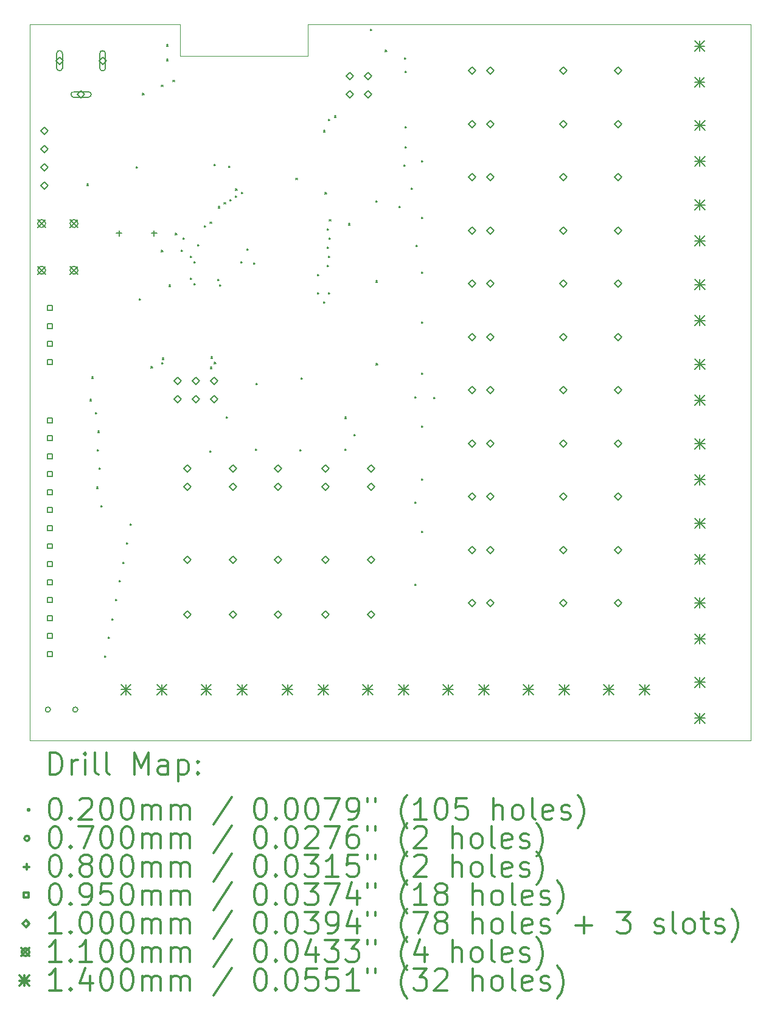
<source format=gbr>
%FSLAX45Y45*%
G04 Gerber Fmt 4.5, Leading zero omitted, Abs format (unit mm)*
G04 Created by KiCad (PCBNEW (5.1.12)-1) date 2021-11-18 21:12:21*
%MOMM*%
%LPD*%
G01*
G04 APERTURE LIST*
%TA.AperFunction,Profile*%
%ADD10C,0.050000*%
%TD*%
%ADD11C,0.200000*%
%ADD12C,0.300000*%
G04 APERTURE END LIST*
D10*
X16319500Y6858000D02*
X14224000Y6858000D01*
X14224000Y6858000D02*
X14224000Y-3111500D01*
X16319500Y6413500D02*
X16319500Y6858000D01*
X18097500Y6413500D02*
X16319500Y6413500D01*
X18097500Y6858000D02*
X18097500Y6413500D01*
X18224500Y6858000D02*
X18097500Y6858000D01*
X24257000Y-3111500D02*
X14224000Y-3111500D01*
X24257000Y6858000D02*
X24257000Y-3111500D01*
X18224500Y6858000D02*
X24257000Y6858000D01*
D11*
X15022990Y4635594D02*
X15042990Y4615594D01*
X15042990Y4635594D02*
X15022990Y4615594D01*
X15064138Y1637378D02*
X15084138Y1617378D01*
X15084138Y1637378D02*
X15064138Y1617378D01*
X15086490Y1950306D02*
X15106490Y1930306D01*
X15106490Y1950306D02*
X15086490Y1930306D01*
X15141100Y1457800D02*
X15161100Y1437800D01*
X15161100Y1457800D02*
X15141100Y1437800D01*
X15155754Y418354D02*
X15175754Y398354D01*
X15175754Y418354D02*
X15155754Y398354D01*
X15166500Y937100D02*
X15186500Y917100D01*
X15186500Y937100D02*
X15166500Y917100D01*
X15172362Y1196962D02*
X15192362Y1176962D01*
X15192362Y1196962D02*
X15172362Y1176962D01*
X15191900Y683100D02*
X15211900Y663100D01*
X15211900Y683100D02*
X15191900Y663100D01*
X15217300Y162400D02*
X15237300Y142400D01*
X15237300Y162400D02*
X15217300Y142400D01*
X15268100Y-1933100D02*
X15288100Y-1953100D01*
X15288100Y-1933100D02*
X15268100Y-1953100D01*
X15318900Y-1666400D02*
X15338900Y-1686400D01*
X15338900Y-1666400D02*
X15318900Y-1686400D01*
X15369700Y-1412400D02*
X15389700Y-1432400D01*
X15389700Y-1412400D02*
X15369700Y-1432400D01*
X15420500Y-1145700D02*
X15440500Y-1165700D01*
X15440500Y-1145700D02*
X15420500Y-1165700D01*
X15471300Y-879000D02*
X15491300Y-899000D01*
X15491300Y-879000D02*
X15471300Y-899000D01*
X15522100Y-625000D02*
X15542100Y-645000D01*
X15542100Y-625000D02*
X15522100Y-645000D01*
X15572900Y-358300D02*
X15592900Y-378300D01*
X15592900Y-358300D02*
X15572900Y-378300D01*
X15623700Y-91600D02*
X15643700Y-111600D01*
X15643700Y-91600D02*
X15623700Y-111600D01*
X15705452Y4878200D02*
X15725452Y4858200D01*
X15725452Y4878200D02*
X15705452Y4858200D01*
X15748160Y3037680D02*
X15768160Y3017680D01*
X15768160Y3037680D02*
X15748160Y3017680D01*
X15796420Y5897466D02*
X15816420Y5877466D01*
X15816420Y5897466D02*
X15796420Y5877466D01*
X15915292Y2095848D02*
X15935292Y2075848D01*
X15935292Y2095848D02*
X15915292Y2075848D01*
X16056517Y6010497D02*
X16076517Y5990497D01*
X16076517Y6010497D02*
X16056517Y5990497D01*
X16059056Y3712558D02*
X16079056Y3692558D01*
X16079056Y3712558D02*
X16059056Y3692558D01*
X16063324Y2148884D02*
X16083324Y2128884D01*
X16083324Y2148884D02*
X16063324Y2128884D01*
X16068200Y2214720D02*
X16088200Y2194720D01*
X16088200Y2214720D02*
X16068200Y2194720D01*
X16128652Y6371684D02*
X16148652Y6351684D01*
X16148652Y6371684D02*
X16128652Y6351684D01*
X16130684Y6573614D02*
X16150684Y6553614D01*
X16150684Y6573614D02*
X16130684Y6553614D01*
X16163700Y3229700D02*
X16183700Y3209700D01*
X16183700Y3229700D02*
X16163700Y3209700D01*
X16218200Y6078200D02*
X16238200Y6058200D01*
X16238200Y6078200D02*
X16218200Y6058200D01*
X16253366Y3950302D02*
X16273366Y3930302D01*
X16273366Y3950302D02*
X16253366Y3930302D01*
X16334900Y3718400D02*
X16354900Y3698400D01*
X16354900Y3718400D02*
X16334900Y3698400D01*
X16360300Y3883500D02*
X16380300Y3863500D01*
X16380300Y3883500D02*
X16360300Y3863500D01*
X16462699Y3630299D02*
X16482699Y3610299D01*
X16482699Y3630299D02*
X16462699Y3610299D01*
X16462699Y3327503D02*
X16482699Y3307503D01*
X16482699Y3327503D02*
X16462699Y3307503D01*
X16512700Y3248500D02*
X16532700Y3228500D01*
X16532700Y3248500D02*
X16512700Y3228500D01*
X16513499Y3553300D02*
X16533499Y3533300D01*
X16533499Y3553300D02*
X16513499Y3533300D01*
X16563500Y3794600D02*
X16583500Y3774600D01*
X16583500Y3794600D02*
X16563500Y3774600D01*
X16653670Y4056728D02*
X16673670Y4036728D01*
X16673670Y4056728D02*
X16653670Y4036728D01*
X16728600Y924400D02*
X16748600Y904400D01*
X16748600Y924400D02*
X16728600Y904400D01*
X16735966Y4108036D02*
X16755966Y4088036D01*
X16755966Y4108036D02*
X16735966Y4088036D01*
X16738760Y2087720D02*
X16758760Y2067720D01*
X16758760Y2087720D02*
X16738760Y2067720D01*
X16748920Y2229960D02*
X16768920Y2209960D01*
X16768920Y2229960D02*
X16748920Y2209960D01*
X16792100Y4912200D02*
X16812100Y4892200D01*
X16812100Y4912200D02*
X16792100Y4892200D01*
X16794640Y2153760D02*
X16814640Y2133760D01*
X16814640Y2153760D02*
X16794640Y2133760D01*
X16842900Y3312000D02*
X16862900Y3292000D01*
X16862900Y3312000D02*
X16842900Y3292000D01*
X16849300Y4321700D02*
X16869300Y4301700D01*
X16869300Y4321700D02*
X16849300Y4301700D01*
X16865800Y3233300D02*
X16885800Y3213300D01*
X16885800Y3233300D02*
X16865800Y3213300D01*
X16929270Y4377201D02*
X16949270Y4357201D01*
X16949270Y4377201D02*
X16929270Y4357201D01*
X16957200Y1394300D02*
X16977200Y1374300D01*
X16977200Y1394300D02*
X16957200Y1374300D01*
X16995300Y4886800D02*
X17015300Y4866800D01*
X17015300Y4886800D02*
X16995300Y4866800D01*
X17007994Y4417202D02*
X17027994Y4397202D01*
X17027994Y4417202D02*
X17007994Y4397202D01*
X17084200Y4467700D02*
X17104200Y4447700D01*
X17104200Y4467700D02*
X17084200Y4447700D01*
X17090500Y4567980D02*
X17110500Y4547980D01*
X17110500Y4567980D02*
X17090500Y4547980D01*
X17160400Y3553300D02*
X17180400Y3533300D01*
X17180400Y3553300D02*
X17160400Y3533300D01*
X17173100Y4518500D02*
X17193100Y4498500D01*
X17193100Y4518500D02*
X17173100Y4498500D01*
X17249300Y3731100D02*
X17269300Y3711100D01*
X17269300Y3731100D02*
X17249300Y3711100D01*
X17338200Y3540600D02*
X17358200Y3520600D01*
X17358200Y3540600D02*
X17338200Y3520600D01*
X17363600Y949800D02*
X17383600Y929800D01*
X17383600Y949800D02*
X17363600Y929800D01*
X17376300Y1864200D02*
X17396300Y1844200D01*
X17396300Y1864200D02*
X17376300Y1844200D01*
X17929258Y4713572D02*
X17949258Y4693572D01*
X17949258Y4713572D02*
X17929258Y4693572D01*
X17985900Y937100D02*
X18005900Y917100D01*
X18005900Y937100D02*
X17985900Y917100D01*
X17998600Y1940400D02*
X18018600Y1920400D01*
X18018600Y1940400D02*
X17998600Y1920400D01*
X18227200Y3376262D02*
X18247200Y3356262D01*
X18247200Y3376262D02*
X18227200Y3356262D01*
X18227200Y3121500D02*
X18247200Y3101500D01*
X18247200Y3121500D02*
X18227200Y3101500D01*
X18313560Y5379560D02*
X18333560Y5359560D01*
X18333560Y5379560D02*
X18313560Y5359560D01*
X18316100Y2994500D02*
X18336100Y2974500D01*
X18336100Y2994500D02*
X18316100Y2974500D01*
X18334134Y4518246D02*
X18354134Y4498246D01*
X18354134Y4518246D02*
X18334134Y4498246D01*
X18366900Y4010500D02*
X18386900Y3990500D01*
X18386900Y4010500D02*
X18366900Y3990500D01*
X18366900Y3756500D02*
X18386900Y3736500D01*
X18386900Y3756500D02*
X18366900Y3736500D01*
X18366900Y3502500D02*
X18386900Y3482500D01*
X18386900Y3502500D02*
X18366900Y3482500D01*
X18379600Y5534500D02*
X18399600Y5514500D01*
X18399600Y5534500D02*
X18379600Y5514500D01*
X18379600Y3629500D02*
X18399600Y3609500D01*
X18399600Y3629500D02*
X18379600Y3609500D01*
X18379600Y3121500D02*
X18399600Y3101500D01*
X18399600Y3121500D02*
X18379600Y3101500D01*
X18392300Y3883500D02*
X18412300Y3863500D01*
X18412300Y3883500D02*
X18392300Y3863500D01*
X18395303Y4137669D02*
X18415303Y4117669D01*
X18415303Y4137669D02*
X18395303Y4117669D01*
X18465839Y5584501D02*
X18485839Y5564501D01*
X18485839Y5584501D02*
X18465839Y5564501D01*
X18608200Y1393030D02*
X18628200Y1373030D01*
X18628200Y1393030D02*
X18608200Y1373030D01*
X18608200Y949800D02*
X18628200Y929800D01*
X18628200Y949800D02*
X18608200Y929800D01*
X18659000Y4084160D02*
X18679000Y4064160D01*
X18679000Y4084160D02*
X18659000Y4064160D01*
X18735200Y1153000D02*
X18755200Y1133000D01*
X18755200Y1153000D02*
X18735200Y1133000D01*
X18964054Y6792054D02*
X18984054Y6772054D01*
X18984054Y6792054D02*
X18964054Y6772054D01*
X19043500Y4400700D02*
X19063500Y4380700D01*
X19063500Y4400700D02*
X19043500Y4380700D01*
X19043500Y3290100D02*
X19063500Y3270100D01*
X19063500Y3290100D02*
X19043500Y3270100D01*
X19046350Y2137250D02*
X19066350Y2117250D01*
X19066350Y2137250D02*
X19046350Y2117250D01*
X19173350Y6497414D02*
X19193350Y6477414D01*
X19193350Y6497414D02*
X19173350Y6477414D01*
X19366701Y4324501D02*
X19386701Y4304501D01*
X19386701Y4324501D02*
X19366701Y4304501D01*
X19433700Y4899500D02*
X19453700Y4879500D01*
X19453700Y4899500D02*
X19433700Y4879500D01*
X19443098Y6392004D02*
X19463098Y6372004D01*
X19463098Y6392004D02*
X19443098Y6372004D01*
X19446400Y5153500D02*
X19466400Y5133500D01*
X19466400Y5153500D02*
X19446400Y5133500D01*
X19446400Y6207602D02*
X19466400Y6187602D01*
X19466400Y6207602D02*
X19446400Y6187602D01*
X19446402Y5432902D02*
X19466402Y5412902D01*
X19466402Y5432902D02*
X19446402Y5412902D01*
X19535300Y4582000D02*
X19555300Y4562000D01*
X19555300Y4582000D02*
X19535300Y4562000D01*
X19585250Y214050D02*
X19605250Y194050D01*
X19605250Y214050D02*
X19585250Y194050D01*
X19586100Y1673700D02*
X19606100Y1653700D01*
X19606100Y1673700D02*
X19586100Y1653700D01*
X19586100Y-929800D02*
X19606100Y-949800D01*
X19606100Y-929800D02*
X19586100Y-949800D01*
X19598800Y3781900D02*
X19618800Y3761900D01*
X19618800Y3781900D02*
X19598800Y3761900D01*
X19675000Y4963000D02*
X19695000Y4943000D01*
X19695000Y4963000D02*
X19675000Y4943000D01*
X19675000Y4175600D02*
X19695000Y4155600D01*
X19695000Y4175600D02*
X19675000Y4155600D01*
X19675000Y3413600D02*
X19695000Y3393600D01*
X19695000Y3413600D02*
X19675000Y3393600D01*
X19675000Y2715100D02*
X19695000Y2695100D01*
X19695000Y2715100D02*
X19675000Y2695100D01*
X19675000Y2003900D02*
X19695000Y1983900D01*
X19695000Y2003900D02*
X19675000Y1983900D01*
X19675000Y1267300D02*
X19695000Y1247300D01*
X19695000Y1267300D02*
X19675000Y1247300D01*
X19675000Y530700D02*
X19695000Y510700D01*
X19695000Y530700D02*
X19675000Y510700D01*
X19675000Y-193200D02*
X19695000Y-213200D01*
X19695000Y-193200D02*
X19675000Y-213200D01*
X19846450Y1667350D02*
X19866450Y1647350D01*
X19866450Y1667350D02*
X19846450Y1647350D01*
X14513000Y-2679700D02*
G75*
G03*
X14513000Y-2679700I-35000J0D01*
G01*
X14894000Y-2679700D02*
G75*
G03*
X14894000Y-2679700I-35000J0D01*
G01*
X15468600Y3989700D02*
X15468600Y3909700D01*
X15428600Y3949700D02*
X15508600Y3949700D01*
X15956600Y3989700D02*
X15956600Y3909700D01*
X15916600Y3949700D02*
X15996600Y3949700D01*
X14536988Y2874712D02*
X14536988Y2941888D01*
X14469812Y2941888D01*
X14469812Y2874712D01*
X14536988Y2874712D01*
X14536988Y2624712D02*
X14536988Y2691888D01*
X14469812Y2691888D01*
X14469812Y2624712D01*
X14536988Y2624712D01*
X14536988Y2374712D02*
X14536988Y2441888D01*
X14469812Y2441888D01*
X14469812Y2374712D01*
X14536988Y2374712D01*
X14536988Y2124712D02*
X14536988Y2191888D01*
X14469812Y2191888D01*
X14469812Y2124712D01*
X14536988Y2124712D01*
X14536988Y1312612D02*
X14536988Y1379788D01*
X14469812Y1379788D01*
X14469812Y1312612D01*
X14536988Y1312612D01*
X14536988Y1062612D02*
X14536988Y1129788D01*
X14469812Y1129788D01*
X14469812Y1062612D01*
X14536988Y1062612D01*
X14536988Y812612D02*
X14536988Y879788D01*
X14469812Y879788D01*
X14469812Y812612D01*
X14536988Y812612D01*
X14536988Y562612D02*
X14536988Y629788D01*
X14469812Y629788D01*
X14469812Y562612D01*
X14536988Y562612D01*
X14536988Y312612D02*
X14536988Y379788D01*
X14469812Y379788D01*
X14469812Y312612D01*
X14536988Y312612D01*
X14536988Y62612D02*
X14536988Y129788D01*
X14469812Y129788D01*
X14469812Y62612D01*
X14536988Y62612D01*
X14536988Y-187388D02*
X14536988Y-120212D01*
X14469812Y-120212D01*
X14469812Y-187388D01*
X14536988Y-187388D01*
X14536988Y-437388D02*
X14536988Y-370212D01*
X14469812Y-370212D01*
X14469812Y-437388D01*
X14536988Y-437388D01*
X14536988Y-687388D02*
X14536988Y-620212D01*
X14469812Y-620212D01*
X14469812Y-687388D01*
X14536988Y-687388D01*
X14536988Y-937388D02*
X14536988Y-870212D01*
X14469812Y-870212D01*
X14469812Y-937388D01*
X14536988Y-937388D01*
X14536988Y-1187388D02*
X14536988Y-1120212D01*
X14469812Y-1120212D01*
X14469812Y-1187388D01*
X14536988Y-1187388D01*
X14536988Y-1437388D02*
X14536988Y-1370212D01*
X14469812Y-1370212D01*
X14469812Y-1437388D01*
X14536988Y-1437388D01*
X14536988Y-1687388D02*
X14536988Y-1620212D01*
X14469812Y-1620212D01*
X14469812Y-1687388D01*
X14536988Y-1687388D01*
X14536988Y-1937388D02*
X14536988Y-1870212D01*
X14469812Y-1870212D01*
X14469812Y-1937388D01*
X14536988Y-1937388D01*
X14426438Y5323370D02*
X14476438Y5373370D01*
X14426438Y5423370D01*
X14376438Y5373370D01*
X14426438Y5323370D01*
X14426438Y5069370D02*
X14476438Y5119370D01*
X14426438Y5169370D01*
X14376438Y5119370D01*
X14426438Y5069370D01*
X14426438Y4815370D02*
X14476438Y4865370D01*
X14426438Y4915370D01*
X14376438Y4865370D01*
X14426438Y4815370D01*
X14426438Y4561370D02*
X14476438Y4611370D01*
X14426438Y4661370D01*
X14376438Y4611370D01*
X14426438Y4561370D01*
X14640000Y6300000D02*
X14690000Y6350000D01*
X14640000Y6400000D01*
X14590000Y6350000D01*
X14640000Y6300000D01*
X14600000Y6450000D02*
X14600000Y6250000D01*
X14680000Y6450000D02*
X14680000Y6250000D01*
X14600000Y6250000D02*
G75*
G03*
X14680000Y6250000I40000J0D01*
G01*
X14680000Y6450000D02*
G75*
G03*
X14600000Y6450000I-40000J0D01*
G01*
X14940000Y5830000D02*
X14990000Y5880000D01*
X14940000Y5930000D01*
X14890000Y5880000D01*
X14940000Y5830000D01*
X14840000Y5840000D02*
X15040000Y5840000D01*
X14840000Y5920000D02*
X15040000Y5920000D01*
X15040000Y5840000D02*
G75*
G03*
X15040000Y5920000I0J40000D01*
G01*
X14840000Y5920000D02*
G75*
G03*
X14840000Y5840000I0J-40000D01*
G01*
X15240000Y6300000D02*
X15290000Y6350000D01*
X15240000Y6400000D01*
X15190000Y6350000D01*
X15240000Y6300000D01*
X15200000Y6450000D02*
X15200000Y6250000D01*
X15280000Y6450000D02*
X15280000Y6250000D01*
X15200000Y6250000D02*
G75*
G03*
X15280000Y6250000I40000J0D01*
G01*
X15280000Y6450000D02*
G75*
G03*
X15200000Y6450000I-40000J0D01*
G01*
X16281400Y1842300D02*
X16331400Y1892300D01*
X16281400Y1942300D01*
X16231400Y1892300D01*
X16281400Y1842300D01*
X16281400Y1588300D02*
X16331400Y1638300D01*
X16281400Y1688300D01*
X16231400Y1638300D01*
X16281400Y1588300D01*
X16420800Y623100D02*
X16470800Y673100D01*
X16420800Y723100D01*
X16370800Y673100D01*
X16420800Y623100D01*
X16420800Y369100D02*
X16470800Y419100D01*
X16420800Y469100D01*
X16370800Y419100D01*
X16420800Y369100D01*
X16420800Y-646900D02*
X16470800Y-596900D01*
X16420800Y-546900D01*
X16370800Y-596900D01*
X16420800Y-646900D01*
X16420800Y-1408900D02*
X16470800Y-1358900D01*
X16420800Y-1308900D01*
X16370800Y-1358900D01*
X16420800Y-1408900D01*
X16535400Y1842300D02*
X16585400Y1892300D01*
X16535400Y1942300D01*
X16485400Y1892300D01*
X16535400Y1842300D01*
X16535400Y1588300D02*
X16585400Y1638300D01*
X16535400Y1688300D01*
X16485400Y1638300D01*
X16535400Y1588300D01*
X16789400Y1842300D02*
X16839400Y1892300D01*
X16789400Y1942300D01*
X16739400Y1892300D01*
X16789400Y1842300D01*
X16789400Y1588300D02*
X16839400Y1638300D01*
X16789400Y1688300D01*
X16739400Y1638300D01*
X16789400Y1588300D01*
X17055800Y623100D02*
X17105800Y673100D01*
X17055800Y723100D01*
X17005800Y673100D01*
X17055800Y623100D01*
X17055800Y369100D02*
X17105800Y419100D01*
X17055800Y469100D01*
X17005800Y419100D01*
X17055800Y369100D01*
X17055800Y-646900D02*
X17105800Y-596900D01*
X17055800Y-546900D01*
X17005800Y-596900D01*
X17055800Y-646900D01*
X17055800Y-1408900D02*
X17105800Y-1358900D01*
X17055800Y-1308900D01*
X17005800Y-1358900D01*
X17055800Y-1408900D01*
X17678100Y623100D02*
X17728100Y673100D01*
X17678100Y723100D01*
X17628100Y673100D01*
X17678100Y623100D01*
X17678100Y369100D02*
X17728100Y419100D01*
X17678100Y469100D01*
X17628100Y419100D01*
X17678100Y369100D01*
X17678100Y-646900D02*
X17728100Y-596900D01*
X17678100Y-546900D01*
X17628100Y-596900D01*
X17678100Y-646900D01*
X17678100Y-1408900D02*
X17728100Y-1358900D01*
X17678100Y-1308900D01*
X17628100Y-1358900D01*
X17678100Y-1408900D01*
X18338500Y623100D02*
X18388500Y673100D01*
X18338500Y723100D01*
X18288500Y673100D01*
X18338500Y623100D01*
X18338500Y369100D02*
X18388500Y419100D01*
X18338500Y469100D01*
X18288500Y419100D01*
X18338500Y369100D01*
X18338500Y-646900D02*
X18388500Y-596900D01*
X18338500Y-546900D01*
X18288500Y-596900D01*
X18338500Y-646900D01*
X18338500Y-1408900D02*
X18388500Y-1358900D01*
X18338500Y-1308900D01*
X18288500Y-1358900D01*
X18338500Y-1408900D01*
X18681700Y6084100D02*
X18731700Y6134100D01*
X18681700Y6184100D01*
X18631700Y6134100D01*
X18681700Y6084100D01*
X18681700Y5830100D02*
X18731700Y5880100D01*
X18681700Y5930100D01*
X18631700Y5880100D01*
X18681700Y5830100D01*
X18935700Y6084100D02*
X18985700Y6134100D01*
X18935700Y6184100D01*
X18885700Y6134100D01*
X18935700Y6084100D01*
X18935700Y5830100D02*
X18985700Y5880100D01*
X18935700Y5930100D01*
X18885700Y5880100D01*
X18935700Y5830100D01*
X18973500Y623100D02*
X19023500Y673100D01*
X18973500Y723100D01*
X18923500Y673100D01*
X18973500Y623100D01*
X18973500Y369100D02*
X19023500Y419100D01*
X18973500Y469100D01*
X18923500Y419100D01*
X18973500Y369100D01*
X18973500Y-646900D02*
X19023500Y-596900D01*
X18973500Y-546900D01*
X18923500Y-596900D01*
X18973500Y-646900D01*
X18973500Y-1408900D02*
X19023500Y-1358900D01*
X18973500Y-1308900D01*
X18923500Y-1358900D01*
X18973500Y-1408900D01*
X20383500Y6160000D02*
X20433500Y6210000D01*
X20383500Y6260000D01*
X20333500Y6210000D01*
X20383500Y6160000D01*
X20383500Y5419167D02*
X20433500Y5469167D01*
X20383500Y5519167D01*
X20333500Y5469167D01*
X20383500Y5419167D01*
X20383500Y4678333D02*
X20433500Y4728333D01*
X20383500Y4778333D01*
X20333500Y4728333D01*
X20383500Y4678333D01*
X20383500Y3937500D02*
X20433500Y3987500D01*
X20383500Y4037500D01*
X20333500Y3987500D01*
X20383500Y3937500D01*
X20383500Y3196667D02*
X20433500Y3246667D01*
X20383500Y3296667D01*
X20333500Y3246667D01*
X20383500Y3196667D01*
X20383500Y2455834D02*
X20433500Y2505834D01*
X20383500Y2555834D01*
X20333500Y2505834D01*
X20383500Y2455834D01*
X20383500Y1715000D02*
X20433500Y1765000D01*
X20383500Y1815000D01*
X20333500Y1765000D01*
X20383500Y1715000D01*
X20383500Y974167D02*
X20433500Y1024167D01*
X20383500Y1074167D01*
X20333500Y1024167D01*
X20383500Y974167D01*
X20383500Y233334D02*
X20433500Y283334D01*
X20383500Y333334D01*
X20333500Y283334D01*
X20383500Y233334D01*
X20383500Y-507500D02*
X20433500Y-457500D01*
X20383500Y-407500D01*
X20333500Y-457500D01*
X20383500Y-507500D01*
X20383500Y-1248333D02*
X20433500Y-1198333D01*
X20383500Y-1148333D01*
X20333500Y-1198333D01*
X20383500Y-1248333D01*
X20637500Y6160000D02*
X20687500Y6210000D01*
X20637500Y6260000D01*
X20587500Y6210000D01*
X20637500Y6160000D01*
X20637500Y5419167D02*
X20687500Y5469167D01*
X20637500Y5519167D01*
X20587500Y5469167D01*
X20637500Y5419167D01*
X20637500Y4678333D02*
X20687500Y4728333D01*
X20637500Y4778333D01*
X20587500Y4728333D01*
X20637500Y4678333D01*
X20637500Y3937500D02*
X20687500Y3987500D01*
X20637500Y4037500D01*
X20587500Y3987500D01*
X20637500Y3937500D01*
X20637500Y3196667D02*
X20687500Y3246667D01*
X20637500Y3296667D01*
X20587500Y3246667D01*
X20637500Y3196667D01*
X20637500Y2455834D02*
X20687500Y2505834D01*
X20637500Y2555834D01*
X20587500Y2505834D01*
X20637500Y2455834D01*
X20637500Y1715000D02*
X20687500Y1765000D01*
X20637500Y1815000D01*
X20587500Y1765000D01*
X20637500Y1715000D01*
X20637500Y974167D02*
X20687500Y1024167D01*
X20637500Y1074167D01*
X20587500Y1024167D01*
X20637500Y974167D01*
X20637500Y233334D02*
X20687500Y283334D01*
X20637500Y333334D01*
X20587500Y283334D01*
X20637500Y233334D01*
X20637500Y-507500D02*
X20687500Y-457500D01*
X20637500Y-407500D01*
X20587500Y-457500D01*
X20637500Y-507500D01*
X20637500Y-1248333D02*
X20687500Y-1198333D01*
X20637500Y-1148333D01*
X20587500Y-1198333D01*
X20637500Y-1248333D01*
X21653500Y6160000D02*
X21703500Y6210000D01*
X21653500Y6260000D01*
X21603500Y6210000D01*
X21653500Y6160000D01*
X21653500Y5419167D02*
X21703500Y5469167D01*
X21653500Y5519167D01*
X21603500Y5469167D01*
X21653500Y5419167D01*
X21653500Y4678333D02*
X21703500Y4728333D01*
X21653500Y4778333D01*
X21603500Y4728333D01*
X21653500Y4678333D01*
X21653500Y3937500D02*
X21703500Y3987500D01*
X21653500Y4037500D01*
X21603500Y3987500D01*
X21653500Y3937500D01*
X21653500Y3196667D02*
X21703500Y3246667D01*
X21653500Y3296667D01*
X21603500Y3246667D01*
X21653500Y3196667D01*
X21653500Y2455834D02*
X21703500Y2505834D01*
X21653500Y2555834D01*
X21603500Y2505834D01*
X21653500Y2455834D01*
X21653500Y1715000D02*
X21703500Y1765000D01*
X21653500Y1815000D01*
X21603500Y1765000D01*
X21653500Y1715000D01*
X21653500Y974167D02*
X21703500Y1024167D01*
X21653500Y1074167D01*
X21603500Y1024167D01*
X21653500Y974167D01*
X21653500Y233334D02*
X21703500Y283334D01*
X21653500Y333334D01*
X21603500Y283334D01*
X21653500Y233334D01*
X21653500Y-507500D02*
X21703500Y-457500D01*
X21653500Y-407500D01*
X21603500Y-457500D01*
X21653500Y-507500D01*
X21653500Y-1248333D02*
X21703500Y-1198333D01*
X21653500Y-1148333D01*
X21603500Y-1198333D01*
X21653500Y-1248333D01*
X22415500Y6160000D02*
X22465500Y6210000D01*
X22415500Y6260000D01*
X22365500Y6210000D01*
X22415500Y6160000D01*
X22415500Y5419167D02*
X22465500Y5469167D01*
X22415500Y5519167D01*
X22365500Y5469167D01*
X22415500Y5419167D01*
X22415500Y4678333D02*
X22465500Y4728333D01*
X22415500Y4778333D01*
X22365500Y4728333D01*
X22415500Y4678333D01*
X22415500Y3937500D02*
X22465500Y3987500D01*
X22415500Y4037500D01*
X22365500Y3987500D01*
X22415500Y3937500D01*
X22415500Y3196667D02*
X22465500Y3246667D01*
X22415500Y3296667D01*
X22365500Y3246667D01*
X22415500Y3196667D01*
X22415500Y2455834D02*
X22465500Y2505834D01*
X22415500Y2555834D01*
X22365500Y2505834D01*
X22415500Y2455834D01*
X22415500Y1715000D02*
X22465500Y1765000D01*
X22415500Y1815000D01*
X22365500Y1765000D01*
X22415500Y1715000D01*
X22415500Y974167D02*
X22465500Y1024167D01*
X22415500Y1074167D01*
X22365500Y1024167D01*
X22415500Y974167D01*
X22415500Y233334D02*
X22465500Y283334D01*
X22415500Y333334D01*
X22365500Y283334D01*
X22415500Y233334D01*
X22415500Y-507500D02*
X22465500Y-457500D01*
X22415500Y-407500D01*
X22365500Y-457500D01*
X22415500Y-507500D01*
X22415500Y-1248333D02*
X22465500Y-1198333D01*
X22415500Y-1148333D01*
X22365500Y-1198333D01*
X22415500Y-1248333D01*
X14336386Y4139588D02*
X14446386Y4029588D01*
X14446386Y4139588D02*
X14336386Y4029588D01*
X14446386Y4084588D02*
G75*
G03*
X14446386Y4084588I-55000J0D01*
G01*
X14336386Y3489588D02*
X14446386Y3379588D01*
X14446386Y3489588D02*
X14336386Y3379588D01*
X14446386Y3434588D02*
G75*
G03*
X14446386Y3434588I-55000J0D01*
G01*
X14786386Y4139588D02*
X14896386Y4029588D01*
X14896386Y4139588D02*
X14786386Y4029588D01*
X14896386Y4084588D02*
G75*
G03*
X14896386Y4084588I-55000J0D01*
G01*
X14786386Y3489588D02*
X14896386Y3379588D01*
X14896386Y3489588D02*
X14786386Y3379588D01*
X14896386Y3434588D02*
G75*
G03*
X14896386Y3434588I-55000J0D01*
G01*
X15495500Y-2330300D02*
X15635500Y-2470300D01*
X15635500Y-2330300D02*
X15495500Y-2470300D01*
X15565500Y-2330300D02*
X15565500Y-2470300D01*
X15495500Y-2400300D02*
X15635500Y-2400300D01*
X15995500Y-2330300D02*
X16135500Y-2470300D01*
X16135500Y-2330300D02*
X15995500Y-2470300D01*
X16065500Y-2330300D02*
X16065500Y-2470300D01*
X15995500Y-2400300D02*
X16135500Y-2400300D01*
X16613100Y-2330300D02*
X16753100Y-2470300D01*
X16753100Y-2330300D02*
X16613100Y-2470300D01*
X16683100Y-2330300D02*
X16683100Y-2470300D01*
X16613100Y-2400300D02*
X16753100Y-2400300D01*
X17113100Y-2330300D02*
X17253100Y-2470300D01*
X17253100Y-2330300D02*
X17113100Y-2470300D01*
X17183100Y-2330300D02*
X17183100Y-2470300D01*
X17113100Y-2400300D02*
X17253100Y-2400300D01*
X17743400Y-2330300D02*
X17883400Y-2470300D01*
X17883400Y-2330300D02*
X17743400Y-2470300D01*
X17813400Y-2330300D02*
X17813400Y-2470300D01*
X17743400Y-2400300D02*
X17883400Y-2400300D01*
X18243400Y-2330300D02*
X18383400Y-2470300D01*
X18383400Y-2330300D02*
X18243400Y-2470300D01*
X18313400Y-2330300D02*
X18313400Y-2470300D01*
X18243400Y-2400300D02*
X18383400Y-2400300D01*
X18861000Y-2330300D02*
X19001000Y-2470300D01*
X19001000Y-2330300D02*
X18861000Y-2470300D01*
X18931000Y-2330300D02*
X18931000Y-2470300D01*
X18861000Y-2400300D02*
X19001000Y-2400300D01*
X19361000Y-2330300D02*
X19501000Y-2470300D01*
X19501000Y-2330300D02*
X19361000Y-2470300D01*
X19431000Y-2330300D02*
X19431000Y-2470300D01*
X19361000Y-2400300D02*
X19501000Y-2400300D01*
X19978600Y-2330300D02*
X20118600Y-2470300D01*
X20118600Y-2330300D02*
X19978600Y-2470300D01*
X20048600Y-2330300D02*
X20048600Y-2470300D01*
X19978600Y-2400300D02*
X20118600Y-2400300D01*
X20478600Y-2330300D02*
X20618600Y-2470300D01*
X20618600Y-2330300D02*
X20478600Y-2470300D01*
X20548600Y-2330300D02*
X20548600Y-2470300D01*
X20478600Y-2400300D02*
X20618600Y-2400300D01*
X21096200Y-2330300D02*
X21236200Y-2470300D01*
X21236200Y-2330300D02*
X21096200Y-2470300D01*
X21166200Y-2330300D02*
X21166200Y-2470300D01*
X21096200Y-2400300D02*
X21236200Y-2400300D01*
X21596200Y-2330300D02*
X21736200Y-2470300D01*
X21736200Y-2330300D02*
X21596200Y-2470300D01*
X21666200Y-2330300D02*
X21666200Y-2470300D01*
X21596200Y-2400300D02*
X21736200Y-2400300D01*
X22213800Y-2330300D02*
X22353800Y-2470300D01*
X22353800Y-2330300D02*
X22213800Y-2470300D01*
X22283800Y-2330300D02*
X22283800Y-2470300D01*
X22213800Y-2400300D02*
X22353800Y-2400300D01*
X22713800Y-2330300D02*
X22853800Y-2470300D01*
X22853800Y-2330300D02*
X22713800Y-2470300D01*
X22783800Y-2330300D02*
X22783800Y-2470300D01*
X22713800Y-2400300D02*
X22853800Y-2400300D01*
X23478086Y6623708D02*
X23618086Y6483708D01*
X23618086Y6623708D02*
X23478086Y6483708D01*
X23548086Y6623708D02*
X23548086Y6483708D01*
X23478086Y6553708D02*
X23618086Y6553708D01*
X23478086Y6123708D02*
X23618086Y5983708D01*
X23618086Y6123708D02*
X23478086Y5983708D01*
X23548086Y6123708D02*
X23548086Y5983708D01*
X23478086Y6053708D02*
X23618086Y6053708D01*
X23480372Y4415052D02*
X23620372Y4275052D01*
X23620372Y4415052D02*
X23480372Y4275052D01*
X23550372Y4415052D02*
X23550372Y4275052D01*
X23480372Y4345052D02*
X23620372Y4345052D01*
X23480372Y3915052D02*
X23620372Y3775052D01*
X23620372Y3915052D02*
X23480372Y3775052D01*
X23550372Y3915052D02*
X23550372Y3775052D01*
X23480372Y3845052D02*
X23620372Y3845052D01*
X23480880Y5522618D02*
X23620880Y5382618D01*
X23620880Y5522618D02*
X23480880Y5382618D01*
X23550880Y5522618D02*
X23550880Y5382618D01*
X23480880Y5452618D02*
X23620880Y5452618D01*
X23480880Y5022618D02*
X23620880Y4882618D01*
X23620880Y5022618D02*
X23480880Y4882618D01*
X23550880Y5022618D02*
X23550880Y4882618D01*
X23480880Y4952618D02*
X23620880Y4952618D01*
X23481134Y3306342D02*
X23621134Y3166342D01*
X23621134Y3306342D02*
X23481134Y3166342D01*
X23551134Y3306342D02*
X23551134Y3166342D01*
X23481134Y3236342D02*
X23621134Y3236342D01*
X23481134Y2806342D02*
X23621134Y2666342D01*
X23621134Y2806342D02*
X23481134Y2666342D01*
X23551134Y2806342D02*
X23551134Y2666342D01*
X23481134Y2736342D02*
X23621134Y2736342D01*
X23481134Y-17630D02*
X23621134Y-157630D01*
X23621134Y-17630D02*
X23481134Y-157630D01*
X23551134Y-17630D02*
X23551134Y-157630D01*
X23481134Y-87630D02*
X23621134Y-87630D01*
X23481134Y-517630D02*
X23621134Y-657630D01*
X23621134Y-517630D02*
X23481134Y-657630D01*
X23551134Y-517630D02*
X23551134Y-657630D01*
X23481134Y-587630D02*
X23621134Y-587630D01*
X23481134Y-1123164D02*
X23621134Y-1263164D01*
X23621134Y-1123164D02*
X23481134Y-1263164D01*
X23551134Y-1123164D02*
X23551134Y-1263164D01*
X23481134Y-1193164D02*
X23621134Y-1193164D01*
X23481134Y-1623164D02*
X23621134Y-1763164D01*
X23621134Y-1623164D02*
X23481134Y-1763164D01*
X23551134Y-1623164D02*
X23551134Y-1763164D01*
X23481134Y-1693164D02*
X23621134Y-1693164D01*
X23481642Y1090446D02*
X23621642Y950446D01*
X23621642Y1090446D02*
X23481642Y950446D01*
X23551642Y1090446D02*
X23551642Y950446D01*
X23481642Y1020446D02*
X23621642Y1020446D01*
X23481642Y590446D02*
X23621642Y450446D01*
X23621642Y590446D02*
X23481642Y450446D01*
X23551642Y590446D02*
X23551642Y450446D01*
X23481642Y520446D02*
X23621642Y520446D01*
X23481896Y-2228700D02*
X23621896Y-2368700D01*
X23621896Y-2228700D02*
X23481896Y-2368700D01*
X23551896Y-2228700D02*
X23551896Y-2368700D01*
X23481896Y-2298700D02*
X23621896Y-2298700D01*
X23481896Y-2728700D02*
X23621896Y-2868700D01*
X23621896Y-2728700D02*
X23481896Y-2868700D01*
X23551896Y-2728700D02*
X23551896Y-2868700D01*
X23481896Y-2798700D02*
X23621896Y-2798700D01*
X23482150Y2197378D02*
X23622150Y2057378D01*
X23622150Y2197378D02*
X23482150Y2057378D01*
X23552150Y2197378D02*
X23552150Y2057378D01*
X23482150Y2127378D02*
X23622150Y2127378D01*
X23482150Y1697378D02*
X23622150Y1557378D01*
X23622150Y1697378D02*
X23482150Y1557378D01*
X23552150Y1697378D02*
X23552150Y1557378D01*
X23482150Y1627378D02*
X23622150Y1627378D01*
D12*
X14507928Y-3579714D02*
X14507928Y-3279714D01*
X14579357Y-3279714D01*
X14622214Y-3294000D01*
X14650786Y-3322571D01*
X14665071Y-3351143D01*
X14679357Y-3408286D01*
X14679357Y-3451143D01*
X14665071Y-3508286D01*
X14650786Y-3536857D01*
X14622214Y-3565429D01*
X14579357Y-3579714D01*
X14507928Y-3579714D01*
X14807928Y-3579714D02*
X14807928Y-3379714D01*
X14807928Y-3436857D02*
X14822214Y-3408286D01*
X14836500Y-3394000D01*
X14865071Y-3379714D01*
X14893643Y-3379714D01*
X14993643Y-3579714D02*
X14993643Y-3379714D01*
X14993643Y-3279714D02*
X14979357Y-3294000D01*
X14993643Y-3308286D01*
X15007928Y-3294000D01*
X14993643Y-3279714D01*
X14993643Y-3308286D01*
X15179357Y-3579714D02*
X15150786Y-3565429D01*
X15136500Y-3536857D01*
X15136500Y-3279714D01*
X15336500Y-3579714D02*
X15307928Y-3565429D01*
X15293643Y-3536857D01*
X15293643Y-3279714D01*
X15679357Y-3579714D02*
X15679357Y-3279714D01*
X15779357Y-3494000D01*
X15879357Y-3279714D01*
X15879357Y-3579714D01*
X16150786Y-3579714D02*
X16150786Y-3422571D01*
X16136500Y-3394000D01*
X16107928Y-3379714D01*
X16050786Y-3379714D01*
X16022214Y-3394000D01*
X16150786Y-3565429D02*
X16122214Y-3579714D01*
X16050786Y-3579714D01*
X16022214Y-3565429D01*
X16007928Y-3536857D01*
X16007928Y-3508286D01*
X16022214Y-3479714D01*
X16050786Y-3465429D01*
X16122214Y-3465429D01*
X16150786Y-3451143D01*
X16293643Y-3379714D02*
X16293643Y-3679714D01*
X16293643Y-3394000D02*
X16322214Y-3379714D01*
X16379357Y-3379714D01*
X16407928Y-3394000D01*
X16422214Y-3408286D01*
X16436500Y-3436857D01*
X16436500Y-3522571D01*
X16422214Y-3551143D01*
X16407928Y-3565429D01*
X16379357Y-3579714D01*
X16322214Y-3579714D01*
X16293643Y-3565429D01*
X16565071Y-3551143D02*
X16579357Y-3565429D01*
X16565071Y-3579714D01*
X16550786Y-3565429D01*
X16565071Y-3551143D01*
X16565071Y-3579714D01*
X16565071Y-3394000D02*
X16579357Y-3408286D01*
X16565071Y-3422571D01*
X16550786Y-3408286D01*
X16565071Y-3394000D01*
X16565071Y-3422571D01*
X14201500Y-4064000D02*
X14221500Y-4084000D01*
X14221500Y-4064000D02*
X14201500Y-4084000D01*
X14565071Y-3909714D02*
X14593643Y-3909714D01*
X14622214Y-3924000D01*
X14636500Y-3938286D01*
X14650786Y-3966857D01*
X14665071Y-4024000D01*
X14665071Y-4095429D01*
X14650786Y-4152571D01*
X14636500Y-4181143D01*
X14622214Y-4195429D01*
X14593643Y-4209714D01*
X14565071Y-4209714D01*
X14536500Y-4195429D01*
X14522214Y-4181143D01*
X14507928Y-4152571D01*
X14493643Y-4095429D01*
X14493643Y-4024000D01*
X14507928Y-3966857D01*
X14522214Y-3938286D01*
X14536500Y-3924000D01*
X14565071Y-3909714D01*
X14793643Y-4181143D02*
X14807928Y-4195429D01*
X14793643Y-4209714D01*
X14779357Y-4195429D01*
X14793643Y-4181143D01*
X14793643Y-4209714D01*
X14922214Y-3938286D02*
X14936500Y-3924000D01*
X14965071Y-3909714D01*
X15036500Y-3909714D01*
X15065071Y-3924000D01*
X15079357Y-3938286D01*
X15093643Y-3966857D01*
X15093643Y-3995429D01*
X15079357Y-4038286D01*
X14907928Y-4209714D01*
X15093643Y-4209714D01*
X15279357Y-3909714D02*
X15307928Y-3909714D01*
X15336500Y-3924000D01*
X15350786Y-3938286D01*
X15365071Y-3966857D01*
X15379357Y-4024000D01*
X15379357Y-4095429D01*
X15365071Y-4152571D01*
X15350786Y-4181143D01*
X15336500Y-4195429D01*
X15307928Y-4209714D01*
X15279357Y-4209714D01*
X15250786Y-4195429D01*
X15236500Y-4181143D01*
X15222214Y-4152571D01*
X15207928Y-4095429D01*
X15207928Y-4024000D01*
X15222214Y-3966857D01*
X15236500Y-3938286D01*
X15250786Y-3924000D01*
X15279357Y-3909714D01*
X15565071Y-3909714D02*
X15593643Y-3909714D01*
X15622214Y-3924000D01*
X15636500Y-3938286D01*
X15650786Y-3966857D01*
X15665071Y-4024000D01*
X15665071Y-4095429D01*
X15650786Y-4152571D01*
X15636500Y-4181143D01*
X15622214Y-4195429D01*
X15593643Y-4209714D01*
X15565071Y-4209714D01*
X15536500Y-4195429D01*
X15522214Y-4181143D01*
X15507928Y-4152571D01*
X15493643Y-4095429D01*
X15493643Y-4024000D01*
X15507928Y-3966857D01*
X15522214Y-3938286D01*
X15536500Y-3924000D01*
X15565071Y-3909714D01*
X15793643Y-4209714D02*
X15793643Y-4009714D01*
X15793643Y-4038286D02*
X15807928Y-4024000D01*
X15836500Y-4009714D01*
X15879357Y-4009714D01*
X15907928Y-4024000D01*
X15922214Y-4052571D01*
X15922214Y-4209714D01*
X15922214Y-4052571D02*
X15936500Y-4024000D01*
X15965071Y-4009714D01*
X16007928Y-4009714D01*
X16036500Y-4024000D01*
X16050786Y-4052571D01*
X16050786Y-4209714D01*
X16193643Y-4209714D02*
X16193643Y-4009714D01*
X16193643Y-4038286D02*
X16207928Y-4024000D01*
X16236500Y-4009714D01*
X16279357Y-4009714D01*
X16307928Y-4024000D01*
X16322214Y-4052571D01*
X16322214Y-4209714D01*
X16322214Y-4052571D02*
X16336500Y-4024000D01*
X16365071Y-4009714D01*
X16407928Y-4009714D01*
X16436500Y-4024000D01*
X16450786Y-4052571D01*
X16450786Y-4209714D01*
X17036500Y-3895429D02*
X16779357Y-4281143D01*
X17422214Y-3909714D02*
X17450786Y-3909714D01*
X17479357Y-3924000D01*
X17493643Y-3938286D01*
X17507928Y-3966857D01*
X17522214Y-4024000D01*
X17522214Y-4095429D01*
X17507928Y-4152571D01*
X17493643Y-4181143D01*
X17479357Y-4195429D01*
X17450786Y-4209714D01*
X17422214Y-4209714D01*
X17393643Y-4195429D01*
X17379357Y-4181143D01*
X17365071Y-4152571D01*
X17350786Y-4095429D01*
X17350786Y-4024000D01*
X17365071Y-3966857D01*
X17379357Y-3938286D01*
X17393643Y-3924000D01*
X17422214Y-3909714D01*
X17650786Y-4181143D02*
X17665071Y-4195429D01*
X17650786Y-4209714D01*
X17636500Y-4195429D01*
X17650786Y-4181143D01*
X17650786Y-4209714D01*
X17850786Y-3909714D02*
X17879357Y-3909714D01*
X17907928Y-3924000D01*
X17922214Y-3938286D01*
X17936500Y-3966857D01*
X17950786Y-4024000D01*
X17950786Y-4095429D01*
X17936500Y-4152571D01*
X17922214Y-4181143D01*
X17907928Y-4195429D01*
X17879357Y-4209714D01*
X17850786Y-4209714D01*
X17822214Y-4195429D01*
X17807928Y-4181143D01*
X17793643Y-4152571D01*
X17779357Y-4095429D01*
X17779357Y-4024000D01*
X17793643Y-3966857D01*
X17807928Y-3938286D01*
X17822214Y-3924000D01*
X17850786Y-3909714D01*
X18136500Y-3909714D02*
X18165071Y-3909714D01*
X18193643Y-3924000D01*
X18207928Y-3938286D01*
X18222214Y-3966857D01*
X18236500Y-4024000D01*
X18236500Y-4095429D01*
X18222214Y-4152571D01*
X18207928Y-4181143D01*
X18193643Y-4195429D01*
X18165071Y-4209714D01*
X18136500Y-4209714D01*
X18107928Y-4195429D01*
X18093643Y-4181143D01*
X18079357Y-4152571D01*
X18065071Y-4095429D01*
X18065071Y-4024000D01*
X18079357Y-3966857D01*
X18093643Y-3938286D01*
X18107928Y-3924000D01*
X18136500Y-3909714D01*
X18336500Y-3909714D02*
X18536500Y-3909714D01*
X18407928Y-4209714D01*
X18665071Y-4209714D02*
X18722214Y-4209714D01*
X18750786Y-4195429D01*
X18765071Y-4181143D01*
X18793643Y-4138286D01*
X18807928Y-4081143D01*
X18807928Y-3966857D01*
X18793643Y-3938286D01*
X18779357Y-3924000D01*
X18750786Y-3909714D01*
X18693643Y-3909714D01*
X18665071Y-3924000D01*
X18650786Y-3938286D01*
X18636500Y-3966857D01*
X18636500Y-4038286D01*
X18650786Y-4066857D01*
X18665071Y-4081143D01*
X18693643Y-4095429D01*
X18750786Y-4095429D01*
X18779357Y-4081143D01*
X18793643Y-4066857D01*
X18807928Y-4038286D01*
X18922214Y-3909714D02*
X18922214Y-3966857D01*
X19036500Y-3909714D02*
X19036500Y-3966857D01*
X19479357Y-4324000D02*
X19465071Y-4309714D01*
X19436500Y-4266857D01*
X19422214Y-4238286D01*
X19407928Y-4195429D01*
X19393643Y-4124000D01*
X19393643Y-4066857D01*
X19407928Y-3995429D01*
X19422214Y-3952571D01*
X19436500Y-3924000D01*
X19465071Y-3881143D01*
X19479357Y-3866857D01*
X19750786Y-4209714D02*
X19579357Y-4209714D01*
X19665071Y-4209714D02*
X19665071Y-3909714D01*
X19636500Y-3952571D01*
X19607928Y-3981143D01*
X19579357Y-3995429D01*
X19936500Y-3909714D02*
X19965071Y-3909714D01*
X19993643Y-3924000D01*
X20007928Y-3938286D01*
X20022214Y-3966857D01*
X20036500Y-4024000D01*
X20036500Y-4095429D01*
X20022214Y-4152571D01*
X20007928Y-4181143D01*
X19993643Y-4195429D01*
X19965071Y-4209714D01*
X19936500Y-4209714D01*
X19907928Y-4195429D01*
X19893643Y-4181143D01*
X19879357Y-4152571D01*
X19865071Y-4095429D01*
X19865071Y-4024000D01*
X19879357Y-3966857D01*
X19893643Y-3938286D01*
X19907928Y-3924000D01*
X19936500Y-3909714D01*
X20307928Y-3909714D02*
X20165071Y-3909714D01*
X20150786Y-4052571D01*
X20165071Y-4038286D01*
X20193643Y-4024000D01*
X20265071Y-4024000D01*
X20293643Y-4038286D01*
X20307928Y-4052571D01*
X20322214Y-4081143D01*
X20322214Y-4152571D01*
X20307928Y-4181143D01*
X20293643Y-4195429D01*
X20265071Y-4209714D01*
X20193643Y-4209714D01*
X20165071Y-4195429D01*
X20150786Y-4181143D01*
X20679357Y-4209714D02*
X20679357Y-3909714D01*
X20807928Y-4209714D02*
X20807928Y-4052571D01*
X20793643Y-4024000D01*
X20765071Y-4009714D01*
X20722214Y-4009714D01*
X20693643Y-4024000D01*
X20679357Y-4038286D01*
X20993643Y-4209714D02*
X20965071Y-4195429D01*
X20950786Y-4181143D01*
X20936500Y-4152571D01*
X20936500Y-4066857D01*
X20950786Y-4038286D01*
X20965071Y-4024000D01*
X20993643Y-4009714D01*
X21036500Y-4009714D01*
X21065071Y-4024000D01*
X21079357Y-4038286D01*
X21093643Y-4066857D01*
X21093643Y-4152571D01*
X21079357Y-4181143D01*
X21065071Y-4195429D01*
X21036500Y-4209714D01*
X20993643Y-4209714D01*
X21265071Y-4209714D02*
X21236500Y-4195429D01*
X21222214Y-4166857D01*
X21222214Y-3909714D01*
X21493643Y-4195429D02*
X21465071Y-4209714D01*
X21407928Y-4209714D01*
X21379357Y-4195429D01*
X21365071Y-4166857D01*
X21365071Y-4052571D01*
X21379357Y-4024000D01*
X21407928Y-4009714D01*
X21465071Y-4009714D01*
X21493643Y-4024000D01*
X21507928Y-4052571D01*
X21507928Y-4081143D01*
X21365071Y-4109714D01*
X21622214Y-4195429D02*
X21650786Y-4209714D01*
X21707928Y-4209714D01*
X21736500Y-4195429D01*
X21750786Y-4166857D01*
X21750786Y-4152571D01*
X21736500Y-4124000D01*
X21707928Y-4109714D01*
X21665071Y-4109714D01*
X21636500Y-4095429D01*
X21622214Y-4066857D01*
X21622214Y-4052571D01*
X21636500Y-4024000D01*
X21665071Y-4009714D01*
X21707928Y-4009714D01*
X21736500Y-4024000D01*
X21850786Y-4324000D02*
X21865071Y-4309714D01*
X21893643Y-4266857D01*
X21907928Y-4238286D01*
X21922214Y-4195429D01*
X21936500Y-4124000D01*
X21936500Y-4066857D01*
X21922214Y-3995429D01*
X21907928Y-3952571D01*
X21893643Y-3924000D01*
X21865071Y-3881143D01*
X21850786Y-3866857D01*
X14221500Y-4470000D02*
G75*
G03*
X14221500Y-4470000I-35000J0D01*
G01*
X14565071Y-4305714D02*
X14593643Y-4305714D01*
X14622214Y-4320000D01*
X14636500Y-4334286D01*
X14650786Y-4362857D01*
X14665071Y-4420000D01*
X14665071Y-4491429D01*
X14650786Y-4548572D01*
X14636500Y-4577143D01*
X14622214Y-4591429D01*
X14593643Y-4605714D01*
X14565071Y-4605714D01*
X14536500Y-4591429D01*
X14522214Y-4577143D01*
X14507928Y-4548572D01*
X14493643Y-4491429D01*
X14493643Y-4420000D01*
X14507928Y-4362857D01*
X14522214Y-4334286D01*
X14536500Y-4320000D01*
X14565071Y-4305714D01*
X14793643Y-4577143D02*
X14807928Y-4591429D01*
X14793643Y-4605714D01*
X14779357Y-4591429D01*
X14793643Y-4577143D01*
X14793643Y-4605714D01*
X14907928Y-4305714D02*
X15107928Y-4305714D01*
X14979357Y-4605714D01*
X15279357Y-4305714D02*
X15307928Y-4305714D01*
X15336500Y-4320000D01*
X15350786Y-4334286D01*
X15365071Y-4362857D01*
X15379357Y-4420000D01*
X15379357Y-4491429D01*
X15365071Y-4548572D01*
X15350786Y-4577143D01*
X15336500Y-4591429D01*
X15307928Y-4605714D01*
X15279357Y-4605714D01*
X15250786Y-4591429D01*
X15236500Y-4577143D01*
X15222214Y-4548572D01*
X15207928Y-4491429D01*
X15207928Y-4420000D01*
X15222214Y-4362857D01*
X15236500Y-4334286D01*
X15250786Y-4320000D01*
X15279357Y-4305714D01*
X15565071Y-4305714D02*
X15593643Y-4305714D01*
X15622214Y-4320000D01*
X15636500Y-4334286D01*
X15650786Y-4362857D01*
X15665071Y-4420000D01*
X15665071Y-4491429D01*
X15650786Y-4548572D01*
X15636500Y-4577143D01*
X15622214Y-4591429D01*
X15593643Y-4605714D01*
X15565071Y-4605714D01*
X15536500Y-4591429D01*
X15522214Y-4577143D01*
X15507928Y-4548572D01*
X15493643Y-4491429D01*
X15493643Y-4420000D01*
X15507928Y-4362857D01*
X15522214Y-4334286D01*
X15536500Y-4320000D01*
X15565071Y-4305714D01*
X15793643Y-4605714D02*
X15793643Y-4405714D01*
X15793643Y-4434286D02*
X15807928Y-4420000D01*
X15836500Y-4405714D01*
X15879357Y-4405714D01*
X15907928Y-4420000D01*
X15922214Y-4448572D01*
X15922214Y-4605714D01*
X15922214Y-4448572D02*
X15936500Y-4420000D01*
X15965071Y-4405714D01*
X16007928Y-4405714D01*
X16036500Y-4420000D01*
X16050786Y-4448572D01*
X16050786Y-4605714D01*
X16193643Y-4605714D02*
X16193643Y-4405714D01*
X16193643Y-4434286D02*
X16207928Y-4420000D01*
X16236500Y-4405714D01*
X16279357Y-4405714D01*
X16307928Y-4420000D01*
X16322214Y-4448572D01*
X16322214Y-4605714D01*
X16322214Y-4448572D02*
X16336500Y-4420000D01*
X16365071Y-4405714D01*
X16407928Y-4405714D01*
X16436500Y-4420000D01*
X16450786Y-4448572D01*
X16450786Y-4605714D01*
X17036500Y-4291429D02*
X16779357Y-4677143D01*
X17422214Y-4305714D02*
X17450786Y-4305714D01*
X17479357Y-4320000D01*
X17493643Y-4334286D01*
X17507928Y-4362857D01*
X17522214Y-4420000D01*
X17522214Y-4491429D01*
X17507928Y-4548572D01*
X17493643Y-4577143D01*
X17479357Y-4591429D01*
X17450786Y-4605714D01*
X17422214Y-4605714D01*
X17393643Y-4591429D01*
X17379357Y-4577143D01*
X17365071Y-4548572D01*
X17350786Y-4491429D01*
X17350786Y-4420000D01*
X17365071Y-4362857D01*
X17379357Y-4334286D01*
X17393643Y-4320000D01*
X17422214Y-4305714D01*
X17650786Y-4577143D02*
X17665071Y-4591429D01*
X17650786Y-4605714D01*
X17636500Y-4591429D01*
X17650786Y-4577143D01*
X17650786Y-4605714D01*
X17850786Y-4305714D02*
X17879357Y-4305714D01*
X17907928Y-4320000D01*
X17922214Y-4334286D01*
X17936500Y-4362857D01*
X17950786Y-4420000D01*
X17950786Y-4491429D01*
X17936500Y-4548572D01*
X17922214Y-4577143D01*
X17907928Y-4591429D01*
X17879357Y-4605714D01*
X17850786Y-4605714D01*
X17822214Y-4591429D01*
X17807928Y-4577143D01*
X17793643Y-4548572D01*
X17779357Y-4491429D01*
X17779357Y-4420000D01*
X17793643Y-4362857D01*
X17807928Y-4334286D01*
X17822214Y-4320000D01*
X17850786Y-4305714D01*
X18065071Y-4334286D02*
X18079357Y-4320000D01*
X18107928Y-4305714D01*
X18179357Y-4305714D01*
X18207928Y-4320000D01*
X18222214Y-4334286D01*
X18236500Y-4362857D01*
X18236500Y-4391429D01*
X18222214Y-4434286D01*
X18050786Y-4605714D01*
X18236500Y-4605714D01*
X18336500Y-4305714D02*
X18536500Y-4305714D01*
X18407928Y-4605714D01*
X18779357Y-4305714D02*
X18722214Y-4305714D01*
X18693643Y-4320000D01*
X18679357Y-4334286D01*
X18650786Y-4377143D01*
X18636500Y-4434286D01*
X18636500Y-4548572D01*
X18650786Y-4577143D01*
X18665071Y-4591429D01*
X18693643Y-4605714D01*
X18750786Y-4605714D01*
X18779357Y-4591429D01*
X18793643Y-4577143D01*
X18807928Y-4548572D01*
X18807928Y-4477143D01*
X18793643Y-4448572D01*
X18779357Y-4434286D01*
X18750786Y-4420000D01*
X18693643Y-4420000D01*
X18665071Y-4434286D01*
X18650786Y-4448572D01*
X18636500Y-4477143D01*
X18922214Y-4305714D02*
X18922214Y-4362857D01*
X19036500Y-4305714D02*
X19036500Y-4362857D01*
X19479357Y-4720000D02*
X19465071Y-4705714D01*
X19436500Y-4662857D01*
X19422214Y-4634286D01*
X19407928Y-4591429D01*
X19393643Y-4520000D01*
X19393643Y-4462857D01*
X19407928Y-4391429D01*
X19422214Y-4348572D01*
X19436500Y-4320000D01*
X19465071Y-4277143D01*
X19479357Y-4262857D01*
X19579357Y-4334286D02*
X19593643Y-4320000D01*
X19622214Y-4305714D01*
X19693643Y-4305714D01*
X19722214Y-4320000D01*
X19736500Y-4334286D01*
X19750786Y-4362857D01*
X19750786Y-4391429D01*
X19736500Y-4434286D01*
X19565071Y-4605714D01*
X19750786Y-4605714D01*
X20107928Y-4605714D02*
X20107928Y-4305714D01*
X20236500Y-4605714D02*
X20236500Y-4448572D01*
X20222214Y-4420000D01*
X20193643Y-4405714D01*
X20150786Y-4405714D01*
X20122214Y-4420000D01*
X20107928Y-4434286D01*
X20422214Y-4605714D02*
X20393643Y-4591429D01*
X20379357Y-4577143D01*
X20365071Y-4548572D01*
X20365071Y-4462857D01*
X20379357Y-4434286D01*
X20393643Y-4420000D01*
X20422214Y-4405714D01*
X20465071Y-4405714D01*
X20493643Y-4420000D01*
X20507928Y-4434286D01*
X20522214Y-4462857D01*
X20522214Y-4548572D01*
X20507928Y-4577143D01*
X20493643Y-4591429D01*
X20465071Y-4605714D01*
X20422214Y-4605714D01*
X20693643Y-4605714D02*
X20665071Y-4591429D01*
X20650786Y-4562857D01*
X20650786Y-4305714D01*
X20922214Y-4591429D02*
X20893643Y-4605714D01*
X20836500Y-4605714D01*
X20807928Y-4591429D01*
X20793643Y-4562857D01*
X20793643Y-4448572D01*
X20807928Y-4420000D01*
X20836500Y-4405714D01*
X20893643Y-4405714D01*
X20922214Y-4420000D01*
X20936500Y-4448572D01*
X20936500Y-4477143D01*
X20793643Y-4505714D01*
X21050786Y-4591429D02*
X21079357Y-4605714D01*
X21136500Y-4605714D01*
X21165071Y-4591429D01*
X21179357Y-4562857D01*
X21179357Y-4548572D01*
X21165071Y-4520000D01*
X21136500Y-4505714D01*
X21093643Y-4505714D01*
X21065071Y-4491429D01*
X21050786Y-4462857D01*
X21050786Y-4448572D01*
X21065071Y-4420000D01*
X21093643Y-4405714D01*
X21136500Y-4405714D01*
X21165071Y-4420000D01*
X21279357Y-4720000D02*
X21293643Y-4705714D01*
X21322214Y-4662857D01*
X21336500Y-4634286D01*
X21350786Y-4591429D01*
X21365071Y-4520000D01*
X21365071Y-4462857D01*
X21350786Y-4391429D01*
X21336500Y-4348572D01*
X21322214Y-4320000D01*
X21293643Y-4277143D01*
X21279357Y-4262857D01*
X14181500Y-4826000D02*
X14181500Y-4906000D01*
X14141500Y-4866000D02*
X14221500Y-4866000D01*
X14565071Y-4701714D02*
X14593643Y-4701714D01*
X14622214Y-4716000D01*
X14636500Y-4730286D01*
X14650786Y-4758857D01*
X14665071Y-4816000D01*
X14665071Y-4887429D01*
X14650786Y-4944572D01*
X14636500Y-4973143D01*
X14622214Y-4987429D01*
X14593643Y-5001714D01*
X14565071Y-5001714D01*
X14536500Y-4987429D01*
X14522214Y-4973143D01*
X14507928Y-4944572D01*
X14493643Y-4887429D01*
X14493643Y-4816000D01*
X14507928Y-4758857D01*
X14522214Y-4730286D01*
X14536500Y-4716000D01*
X14565071Y-4701714D01*
X14793643Y-4973143D02*
X14807928Y-4987429D01*
X14793643Y-5001714D01*
X14779357Y-4987429D01*
X14793643Y-4973143D01*
X14793643Y-5001714D01*
X14979357Y-4830286D02*
X14950786Y-4816000D01*
X14936500Y-4801714D01*
X14922214Y-4773143D01*
X14922214Y-4758857D01*
X14936500Y-4730286D01*
X14950786Y-4716000D01*
X14979357Y-4701714D01*
X15036500Y-4701714D01*
X15065071Y-4716000D01*
X15079357Y-4730286D01*
X15093643Y-4758857D01*
X15093643Y-4773143D01*
X15079357Y-4801714D01*
X15065071Y-4816000D01*
X15036500Y-4830286D01*
X14979357Y-4830286D01*
X14950786Y-4844572D01*
X14936500Y-4858857D01*
X14922214Y-4887429D01*
X14922214Y-4944572D01*
X14936500Y-4973143D01*
X14950786Y-4987429D01*
X14979357Y-5001714D01*
X15036500Y-5001714D01*
X15065071Y-4987429D01*
X15079357Y-4973143D01*
X15093643Y-4944572D01*
X15093643Y-4887429D01*
X15079357Y-4858857D01*
X15065071Y-4844572D01*
X15036500Y-4830286D01*
X15279357Y-4701714D02*
X15307928Y-4701714D01*
X15336500Y-4716000D01*
X15350786Y-4730286D01*
X15365071Y-4758857D01*
X15379357Y-4816000D01*
X15379357Y-4887429D01*
X15365071Y-4944572D01*
X15350786Y-4973143D01*
X15336500Y-4987429D01*
X15307928Y-5001714D01*
X15279357Y-5001714D01*
X15250786Y-4987429D01*
X15236500Y-4973143D01*
X15222214Y-4944572D01*
X15207928Y-4887429D01*
X15207928Y-4816000D01*
X15222214Y-4758857D01*
X15236500Y-4730286D01*
X15250786Y-4716000D01*
X15279357Y-4701714D01*
X15565071Y-4701714D02*
X15593643Y-4701714D01*
X15622214Y-4716000D01*
X15636500Y-4730286D01*
X15650786Y-4758857D01*
X15665071Y-4816000D01*
X15665071Y-4887429D01*
X15650786Y-4944572D01*
X15636500Y-4973143D01*
X15622214Y-4987429D01*
X15593643Y-5001714D01*
X15565071Y-5001714D01*
X15536500Y-4987429D01*
X15522214Y-4973143D01*
X15507928Y-4944572D01*
X15493643Y-4887429D01*
X15493643Y-4816000D01*
X15507928Y-4758857D01*
X15522214Y-4730286D01*
X15536500Y-4716000D01*
X15565071Y-4701714D01*
X15793643Y-5001714D02*
X15793643Y-4801714D01*
X15793643Y-4830286D02*
X15807928Y-4816000D01*
X15836500Y-4801714D01*
X15879357Y-4801714D01*
X15907928Y-4816000D01*
X15922214Y-4844572D01*
X15922214Y-5001714D01*
X15922214Y-4844572D02*
X15936500Y-4816000D01*
X15965071Y-4801714D01*
X16007928Y-4801714D01*
X16036500Y-4816000D01*
X16050786Y-4844572D01*
X16050786Y-5001714D01*
X16193643Y-5001714D02*
X16193643Y-4801714D01*
X16193643Y-4830286D02*
X16207928Y-4816000D01*
X16236500Y-4801714D01*
X16279357Y-4801714D01*
X16307928Y-4816000D01*
X16322214Y-4844572D01*
X16322214Y-5001714D01*
X16322214Y-4844572D02*
X16336500Y-4816000D01*
X16365071Y-4801714D01*
X16407928Y-4801714D01*
X16436500Y-4816000D01*
X16450786Y-4844572D01*
X16450786Y-5001714D01*
X17036500Y-4687429D02*
X16779357Y-5073143D01*
X17422214Y-4701714D02*
X17450786Y-4701714D01*
X17479357Y-4716000D01*
X17493643Y-4730286D01*
X17507928Y-4758857D01*
X17522214Y-4816000D01*
X17522214Y-4887429D01*
X17507928Y-4944572D01*
X17493643Y-4973143D01*
X17479357Y-4987429D01*
X17450786Y-5001714D01*
X17422214Y-5001714D01*
X17393643Y-4987429D01*
X17379357Y-4973143D01*
X17365071Y-4944572D01*
X17350786Y-4887429D01*
X17350786Y-4816000D01*
X17365071Y-4758857D01*
X17379357Y-4730286D01*
X17393643Y-4716000D01*
X17422214Y-4701714D01*
X17650786Y-4973143D02*
X17665071Y-4987429D01*
X17650786Y-5001714D01*
X17636500Y-4987429D01*
X17650786Y-4973143D01*
X17650786Y-5001714D01*
X17850786Y-4701714D02*
X17879357Y-4701714D01*
X17907928Y-4716000D01*
X17922214Y-4730286D01*
X17936500Y-4758857D01*
X17950786Y-4816000D01*
X17950786Y-4887429D01*
X17936500Y-4944572D01*
X17922214Y-4973143D01*
X17907928Y-4987429D01*
X17879357Y-5001714D01*
X17850786Y-5001714D01*
X17822214Y-4987429D01*
X17807928Y-4973143D01*
X17793643Y-4944572D01*
X17779357Y-4887429D01*
X17779357Y-4816000D01*
X17793643Y-4758857D01*
X17807928Y-4730286D01*
X17822214Y-4716000D01*
X17850786Y-4701714D01*
X18050786Y-4701714D02*
X18236500Y-4701714D01*
X18136500Y-4816000D01*
X18179357Y-4816000D01*
X18207928Y-4830286D01*
X18222214Y-4844572D01*
X18236500Y-4873143D01*
X18236500Y-4944572D01*
X18222214Y-4973143D01*
X18207928Y-4987429D01*
X18179357Y-5001714D01*
X18093643Y-5001714D01*
X18065071Y-4987429D01*
X18050786Y-4973143D01*
X18522214Y-5001714D02*
X18350786Y-5001714D01*
X18436500Y-5001714D02*
X18436500Y-4701714D01*
X18407928Y-4744572D01*
X18379357Y-4773143D01*
X18350786Y-4787429D01*
X18793643Y-4701714D02*
X18650786Y-4701714D01*
X18636500Y-4844572D01*
X18650786Y-4830286D01*
X18679357Y-4816000D01*
X18750786Y-4816000D01*
X18779357Y-4830286D01*
X18793643Y-4844572D01*
X18807928Y-4873143D01*
X18807928Y-4944572D01*
X18793643Y-4973143D01*
X18779357Y-4987429D01*
X18750786Y-5001714D01*
X18679357Y-5001714D01*
X18650786Y-4987429D01*
X18636500Y-4973143D01*
X18922214Y-4701714D02*
X18922214Y-4758857D01*
X19036500Y-4701714D02*
X19036500Y-4758857D01*
X19479357Y-5116000D02*
X19465071Y-5101714D01*
X19436500Y-5058857D01*
X19422214Y-5030286D01*
X19407928Y-4987429D01*
X19393643Y-4916000D01*
X19393643Y-4858857D01*
X19407928Y-4787429D01*
X19422214Y-4744572D01*
X19436500Y-4716000D01*
X19465071Y-4673143D01*
X19479357Y-4658857D01*
X19579357Y-4730286D02*
X19593643Y-4716000D01*
X19622214Y-4701714D01*
X19693643Y-4701714D01*
X19722214Y-4716000D01*
X19736500Y-4730286D01*
X19750786Y-4758857D01*
X19750786Y-4787429D01*
X19736500Y-4830286D01*
X19565071Y-5001714D01*
X19750786Y-5001714D01*
X20107928Y-5001714D02*
X20107928Y-4701714D01*
X20236500Y-5001714D02*
X20236500Y-4844572D01*
X20222214Y-4816000D01*
X20193643Y-4801714D01*
X20150786Y-4801714D01*
X20122214Y-4816000D01*
X20107928Y-4830286D01*
X20422214Y-5001714D02*
X20393643Y-4987429D01*
X20379357Y-4973143D01*
X20365071Y-4944572D01*
X20365071Y-4858857D01*
X20379357Y-4830286D01*
X20393643Y-4816000D01*
X20422214Y-4801714D01*
X20465071Y-4801714D01*
X20493643Y-4816000D01*
X20507928Y-4830286D01*
X20522214Y-4858857D01*
X20522214Y-4944572D01*
X20507928Y-4973143D01*
X20493643Y-4987429D01*
X20465071Y-5001714D01*
X20422214Y-5001714D01*
X20693643Y-5001714D02*
X20665071Y-4987429D01*
X20650786Y-4958857D01*
X20650786Y-4701714D01*
X20922214Y-4987429D02*
X20893643Y-5001714D01*
X20836500Y-5001714D01*
X20807928Y-4987429D01*
X20793643Y-4958857D01*
X20793643Y-4844572D01*
X20807928Y-4816000D01*
X20836500Y-4801714D01*
X20893643Y-4801714D01*
X20922214Y-4816000D01*
X20936500Y-4844572D01*
X20936500Y-4873143D01*
X20793643Y-4901714D01*
X21050786Y-4987429D02*
X21079357Y-5001714D01*
X21136500Y-5001714D01*
X21165071Y-4987429D01*
X21179357Y-4958857D01*
X21179357Y-4944572D01*
X21165071Y-4916000D01*
X21136500Y-4901714D01*
X21093643Y-4901714D01*
X21065071Y-4887429D01*
X21050786Y-4858857D01*
X21050786Y-4844572D01*
X21065071Y-4816000D01*
X21093643Y-4801714D01*
X21136500Y-4801714D01*
X21165071Y-4816000D01*
X21279357Y-5116000D02*
X21293643Y-5101714D01*
X21322214Y-5058857D01*
X21336500Y-5030286D01*
X21350786Y-4987429D01*
X21365071Y-4916000D01*
X21365071Y-4858857D01*
X21350786Y-4787429D01*
X21336500Y-4744572D01*
X21322214Y-4716000D01*
X21293643Y-4673143D01*
X21279357Y-4658857D01*
X14207588Y-5295588D02*
X14207588Y-5228412D01*
X14140412Y-5228412D01*
X14140412Y-5295588D01*
X14207588Y-5295588D01*
X14565071Y-5097714D02*
X14593643Y-5097714D01*
X14622214Y-5112000D01*
X14636500Y-5126286D01*
X14650786Y-5154857D01*
X14665071Y-5212000D01*
X14665071Y-5283429D01*
X14650786Y-5340572D01*
X14636500Y-5369143D01*
X14622214Y-5383429D01*
X14593643Y-5397714D01*
X14565071Y-5397714D01*
X14536500Y-5383429D01*
X14522214Y-5369143D01*
X14507928Y-5340572D01*
X14493643Y-5283429D01*
X14493643Y-5212000D01*
X14507928Y-5154857D01*
X14522214Y-5126286D01*
X14536500Y-5112000D01*
X14565071Y-5097714D01*
X14793643Y-5369143D02*
X14807928Y-5383429D01*
X14793643Y-5397714D01*
X14779357Y-5383429D01*
X14793643Y-5369143D01*
X14793643Y-5397714D01*
X14950786Y-5397714D02*
X15007928Y-5397714D01*
X15036500Y-5383429D01*
X15050786Y-5369143D01*
X15079357Y-5326286D01*
X15093643Y-5269143D01*
X15093643Y-5154857D01*
X15079357Y-5126286D01*
X15065071Y-5112000D01*
X15036500Y-5097714D01*
X14979357Y-5097714D01*
X14950786Y-5112000D01*
X14936500Y-5126286D01*
X14922214Y-5154857D01*
X14922214Y-5226286D01*
X14936500Y-5254857D01*
X14950786Y-5269143D01*
X14979357Y-5283429D01*
X15036500Y-5283429D01*
X15065071Y-5269143D01*
X15079357Y-5254857D01*
X15093643Y-5226286D01*
X15365071Y-5097714D02*
X15222214Y-5097714D01*
X15207928Y-5240572D01*
X15222214Y-5226286D01*
X15250786Y-5212000D01*
X15322214Y-5212000D01*
X15350786Y-5226286D01*
X15365071Y-5240572D01*
X15379357Y-5269143D01*
X15379357Y-5340572D01*
X15365071Y-5369143D01*
X15350786Y-5383429D01*
X15322214Y-5397714D01*
X15250786Y-5397714D01*
X15222214Y-5383429D01*
X15207928Y-5369143D01*
X15565071Y-5097714D02*
X15593643Y-5097714D01*
X15622214Y-5112000D01*
X15636500Y-5126286D01*
X15650786Y-5154857D01*
X15665071Y-5212000D01*
X15665071Y-5283429D01*
X15650786Y-5340572D01*
X15636500Y-5369143D01*
X15622214Y-5383429D01*
X15593643Y-5397714D01*
X15565071Y-5397714D01*
X15536500Y-5383429D01*
X15522214Y-5369143D01*
X15507928Y-5340572D01*
X15493643Y-5283429D01*
X15493643Y-5212000D01*
X15507928Y-5154857D01*
X15522214Y-5126286D01*
X15536500Y-5112000D01*
X15565071Y-5097714D01*
X15793643Y-5397714D02*
X15793643Y-5197714D01*
X15793643Y-5226286D02*
X15807928Y-5212000D01*
X15836500Y-5197714D01*
X15879357Y-5197714D01*
X15907928Y-5212000D01*
X15922214Y-5240572D01*
X15922214Y-5397714D01*
X15922214Y-5240572D02*
X15936500Y-5212000D01*
X15965071Y-5197714D01*
X16007928Y-5197714D01*
X16036500Y-5212000D01*
X16050786Y-5240572D01*
X16050786Y-5397714D01*
X16193643Y-5397714D02*
X16193643Y-5197714D01*
X16193643Y-5226286D02*
X16207928Y-5212000D01*
X16236500Y-5197714D01*
X16279357Y-5197714D01*
X16307928Y-5212000D01*
X16322214Y-5240572D01*
X16322214Y-5397714D01*
X16322214Y-5240572D02*
X16336500Y-5212000D01*
X16365071Y-5197714D01*
X16407928Y-5197714D01*
X16436500Y-5212000D01*
X16450786Y-5240572D01*
X16450786Y-5397714D01*
X17036500Y-5083429D02*
X16779357Y-5469143D01*
X17422214Y-5097714D02*
X17450786Y-5097714D01*
X17479357Y-5112000D01*
X17493643Y-5126286D01*
X17507928Y-5154857D01*
X17522214Y-5212000D01*
X17522214Y-5283429D01*
X17507928Y-5340572D01*
X17493643Y-5369143D01*
X17479357Y-5383429D01*
X17450786Y-5397714D01*
X17422214Y-5397714D01*
X17393643Y-5383429D01*
X17379357Y-5369143D01*
X17365071Y-5340572D01*
X17350786Y-5283429D01*
X17350786Y-5212000D01*
X17365071Y-5154857D01*
X17379357Y-5126286D01*
X17393643Y-5112000D01*
X17422214Y-5097714D01*
X17650786Y-5369143D02*
X17665071Y-5383429D01*
X17650786Y-5397714D01*
X17636500Y-5383429D01*
X17650786Y-5369143D01*
X17650786Y-5397714D01*
X17850786Y-5097714D02*
X17879357Y-5097714D01*
X17907928Y-5112000D01*
X17922214Y-5126286D01*
X17936500Y-5154857D01*
X17950786Y-5212000D01*
X17950786Y-5283429D01*
X17936500Y-5340572D01*
X17922214Y-5369143D01*
X17907928Y-5383429D01*
X17879357Y-5397714D01*
X17850786Y-5397714D01*
X17822214Y-5383429D01*
X17807928Y-5369143D01*
X17793643Y-5340572D01*
X17779357Y-5283429D01*
X17779357Y-5212000D01*
X17793643Y-5154857D01*
X17807928Y-5126286D01*
X17822214Y-5112000D01*
X17850786Y-5097714D01*
X18050786Y-5097714D02*
X18236500Y-5097714D01*
X18136500Y-5212000D01*
X18179357Y-5212000D01*
X18207928Y-5226286D01*
X18222214Y-5240572D01*
X18236500Y-5269143D01*
X18236500Y-5340572D01*
X18222214Y-5369143D01*
X18207928Y-5383429D01*
X18179357Y-5397714D01*
X18093643Y-5397714D01*
X18065071Y-5383429D01*
X18050786Y-5369143D01*
X18336500Y-5097714D02*
X18536500Y-5097714D01*
X18407928Y-5397714D01*
X18779357Y-5197714D02*
X18779357Y-5397714D01*
X18707928Y-5083429D02*
X18636500Y-5297714D01*
X18822214Y-5297714D01*
X18922214Y-5097714D02*
X18922214Y-5154857D01*
X19036500Y-5097714D02*
X19036500Y-5154857D01*
X19479357Y-5512000D02*
X19465071Y-5497714D01*
X19436500Y-5454857D01*
X19422214Y-5426286D01*
X19407928Y-5383429D01*
X19393643Y-5312000D01*
X19393643Y-5254857D01*
X19407928Y-5183429D01*
X19422214Y-5140572D01*
X19436500Y-5112000D01*
X19465071Y-5069143D01*
X19479357Y-5054857D01*
X19750786Y-5397714D02*
X19579357Y-5397714D01*
X19665071Y-5397714D02*
X19665071Y-5097714D01*
X19636500Y-5140572D01*
X19607928Y-5169143D01*
X19579357Y-5183429D01*
X19922214Y-5226286D02*
X19893643Y-5212000D01*
X19879357Y-5197714D01*
X19865071Y-5169143D01*
X19865071Y-5154857D01*
X19879357Y-5126286D01*
X19893643Y-5112000D01*
X19922214Y-5097714D01*
X19979357Y-5097714D01*
X20007928Y-5112000D01*
X20022214Y-5126286D01*
X20036500Y-5154857D01*
X20036500Y-5169143D01*
X20022214Y-5197714D01*
X20007928Y-5212000D01*
X19979357Y-5226286D01*
X19922214Y-5226286D01*
X19893643Y-5240572D01*
X19879357Y-5254857D01*
X19865071Y-5283429D01*
X19865071Y-5340572D01*
X19879357Y-5369143D01*
X19893643Y-5383429D01*
X19922214Y-5397714D01*
X19979357Y-5397714D01*
X20007928Y-5383429D01*
X20022214Y-5369143D01*
X20036500Y-5340572D01*
X20036500Y-5283429D01*
X20022214Y-5254857D01*
X20007928Y-5240572D01*
X19979357Y-5226286D01*
X20393643Y-5397714D02*
X20393643Y-5097714D01*
X20522214Y-5397714D02*
X20522214Y-5240572D01*
X20507928Y-5212000D01*
X20479357Y-5197714D01*
X20436500Y-5197714D01*
X20407928Y-5212000D01*
X20393643Y-5226286D01*
X20707928Y-5397714D02*
X20679357Y-5383429D01*
X20665071Y-5369143D01*
X20650786Y-5340572D01*
X20650786Y-5254857D01*
X20665071Y-5226286D01*
X20679357Y-5212000D01*
X20707928Y-5197714D01*
X20750786Y-5197714D01*
X20779357Y-5212000D01*
X20793643Y-5226286D01*
X20807928Y-5254857D01*
X20807928Y-5340572D01*
X20793643Y-5369143D01*
X20779357Y-5383429D01*
X20750786Y-5397714D01*
X20707928Y-5397714D01*
X20979357Y-5397714D02*
X20950786Y-5383429D01*
X20936500Y-5354857D01*
X20936500Y-5097714D01*
X21207928Y-5383429D02*
X21179357Y-5397714D01*
X21122214Y-5397714D01*
X21093643Y-5383429D01*
X21079357Y-5354857D01*
X21079357Y-5240572D01*
X21093643Y-5212000D01*
X21122214Y-5197714D01*
X21179357Y-5197714D01*
X21207928Y-5212000D01*
X21222214Y-5240572D01*
X21222214Y-5269143D01*
X21079357Y-5297714D01*
X21336500Y-5383429D02*
X21365071Y-5397714D01*
X21422214Y-5397714D01*
X21450786Y-5383429D01*
X21465071Y-5354857D01*
X21465071Y-5340572D01*
X21450786Y-5312000D01*
X21422214Y-5297714D01*
X21379357Y-5297714D01*
X21350786Y-5283429D01*
X21336500Y-5254857D01*
X21336500Y-5240572D01*
X21350786Y-5212000D01*
X21379357Y-5197714D01*
X21422214Y-5197714D01*
X21450786Y-5212000D01*
X21565071Y-5512000D02*
X21579357Y-5497714D01*
X21607928Y-5454857D01*
X21622214Y-5426286D01*
X21636500Y-5383429D01*
X21650786Y-5312000D01*
X21650786Y-5254857D01*
X21636500Y-5183429D01*
X21622214Y-5140572D01*
X21607928Y-5112000D01*
X21579357Y-5069143D01*
X21565071Y-5054857D01*
X14171500Y-5708000D02*
X14221500Y-5658000D01*
X14171500Y-5608000D01*
X14121500Y-5658000D01*
X14171500Y-5708000D01*
X14665071Y-5793714D02*
X14493643Y-5793714D01*
X14579357Y-5793714D02*
X14579357Y-5493714D01*
X14550786Y-5536572D01*
X14522214Y-5565143D01*
X14493643Y-5579429D01*
X14793643Y-5765143D02*
X14807928Y-5779429D01*
X14793643Y-5793714D01*
X14779357Y-5779429D01*
X14793643Y-5765143D01*
X14793643Y-5793714D01*
X14993643Y-5493714D02*
X15022214Y-5493714D01*
X15050786Y-5508000D01*
X15065071Y-5522286D01*
X15079357Y-5550857D01*
X15093643Y-5608000D01*
X15093643Y-5679429D01*
X15079357Y-5736571D01*
X15065071Y-5765143D01*
X15050786Y-5779429D01*
X15022214Y-5793714D01*
X14993643Y-5793714D01*
X14965071Y-5779429D01*
X14950786Y-5765143D01*
X14936500Y-5736571D01*
X14922214Y-5679429D01*
X14922214Y-5608000D01*
X14936500Y-5550857D01*
X14950786Y-5522286D01*
X14965071Y-5508000D01*
X14993643Y-5493714D01*
X15279357Y-5493714D02*
X15307928Y-5493714D01*
X15336500Y-5508000D01*
X15350786Y-5522286D01*
X15365071Y-5550857D01*
X15379357Y-5608000D01*
X15379357Y-5679429D01*
X15365071Y-5736571D01*
X15350786Y-5765143D01*
X15336500Y-5779429D01*
X15307928Y-5793714D01*
X15279357Y-5793714D01*
X15250786Y-5779429D01*
X15236500Y-5765143D01*
X15222214Y-5736571D01*
X15207928Y-5679429D01*
X15207928Y-5608000D01*
X15222214Y-5550857D01*
X15236500Y-5522286D01*
X15250786Y-5508000D01*
X15279357Y-5493714D01*
X15565071Y-5493714D02*
X15593643Y-5493714D01*
X15622214Y-5508000D01*
X15636500Y-5522286D01*
X15650786Y-5550857D01*
X15665071Y-5608000D01*
X15665071Y-5679429D01*
X15650786Y-5736571D01*
X15636500Y-5765143D01*
X15622214Y-5779429D01*
X15593643Y-5793714D01*
X15565071Y-5793714D01*
X15536500Y-5779429D01*
X15522214Y-5765143D01*
X15507928Y-5736571D01*
X15493643Y-5679429D01*
X15493643Y-5608000D01*
X15507928Y-5550857D01*
X15522214Y-5522286D01*
X15536500Y-5508000D01*
X15565071Y-5493714D01*
X15793643Y-5793714D02*
X15793643Y-5593714D01*
X15793643Y-5622286D02*
X15807928Y-5608000D01*
X15836500Y-5593714D01*
X15879357Y-5593714D01*
X15907928Y-5608000D01*
X15922214Y-5636571D01*
X15922214Y-5793714D01*
X15922214Y-5636571D02*
X15936500Y-5608000D01*
X15965071Y-5593714D01*
X16007928Y-5593714D01*
X16036500Y-5608000D01*
X16050786Y-5636571D01*
X16050786Y-5793714D01*
X16193643Y-5793714D02*
X16193643Y-5593714D01*
X16193643Y-5622286D02*
X16207928Y-5608000D01*
X16236500Y-5593714D01*
X16279357Y-5593714D01*
X16307928Y-5608000D01*
X16322214Y-5636571D01*
X16322214Y-5793714D01*
X16322214Y-5636571D02*
X16336500Y-5608000D01*
X16365071Y-5593714D01*
X16407928Y-5593714D01*
X16436500Y-5608000D01*
X16450786Y-5636571D01*
X16450786Y-5793714D01*
X17036500Y-5479429D02*
X16779357Y-5865143D01*
X17422214Y-5493714D02*
X17450786Y-5493714D01*
X17479357Y-5508000D01*
X17493643Y-5522286D01*
X17507928Y-5550857D01*
X17522214Y-5608000D01*
X17522214Y-5679429D01*
X17507928Y-5736571D01*
X17493643Y-5765143D01*
X17479357Y-5779429D01*
X17450786Y-5793714D01*
X17422214Y-5793714D01*
X17393643Y-5779429D01*
X17379357Y-5765143D01*
X17365071Y-5736571D01*
X17350786Y-5679429D01*
X17350786Y-5608000D01*
X17365071Y-5550857D01*
X17379357Y-5522286D01*
X17393643Y-5508000D01*
X17422214Y-5493714D01*
X17650786Y-5765143D02*
X17665071Y-5779429D01*
X17650786Y-5793714D01*
X17636500Y-5779429D01*
X17650786Y-5765143D01*
X17650786Y-5793714D01*
X17850786Y-5493714D02*
X17879357Y-5493714D01*
X17907928Y-5508000D01*
X17922214Y-5522286D01*
X17936500Y-5550857D01*
X17950786Y-5608000D01*
X17950786Y-5679429D01*
X17936500Y-5736571D01*
X17922214Y-5765143D01*
X17907928Y-5779429D01*
X17879357Y-5793714D01*
X17850786Y-5793714D01*
X17822214Y-5779429D01*
X17807928Y-5765143D01*
X17793643Y-5736571D01*
X17779357Y-5679429D01*
X17779357Y-5608000D01*
X17793643Y-5550857D01*
X17807928Y-5522286D01*
X17822214Y-5508000D01*
X17850786Y-5493714D01*
X18050786Y-5493714D02*
X18236500Y-5493714D01*
X18136500Y-5608000D01*
X18179357Y-5608000D01*
X18207928Y-5622286D01*
X18222214Y-5636571D01*
X18236500Y-5665143D01*
X18236500Y-5736571D01*
X18222214Y-5765143D01*
X18207928Y-5779429D01*
X18179357Y-5793714D01*
X18093643Y-5793714D01*
X18065071Y-5779429D01*
X18050786Y-5765143D01*
X18379357Y-5793714D02*
X18436500Y-5793714D01*
X18465071Y-5779429D01*
X18479357Y-5765143D01*
X18507928Y-5722286D01*
X18522214Y-5665143D01*
X18522214Y-5550857D01*
X18507928Y-5522286D01*
X18493643Y-5508000D01*
X18465071Y-5493714D01*
X18407928Y-5493714D01*
X18379357Y-5508000D01*
X18365071Y-5522286D01*
X18350786Y-5550857D01*
X18350786Y-5622286D01*
X18365071Y-5650857D01*
X18379357Y-5665143D01*
X18407928Y-5679429D01*
X18465071Y-5679429D01*
X18493643Y-5665143D01*
X18507928Y-5650857D01*
X18522214Y-5622286D01*
X18779357Y-5593714D02*
X18779357Y-5793714D01*
X18707928Y-5479429D02*
X18636500Y-5693714D01*
X18822214Y-5693714D01*
X18922214Y-5493714D02*
X18922214Y-5550857D01*
X19036500Y-5493714D02*
X19036500Y-5550857D01*
X19479357Y-5908000D02*
X19465071Y-5893714D01*
X19436500Y-5850857D01*
X19422214Y-5822286D01*
X19407928Y-5779429D01*
X19393643Y-5708000D01*
X19393643Y-5650857D01*
X19407928Y-5579429D01*
X19422214Y-5536572D01*
X19436500Y-5508000D01*
X19465071Y-5465143D01*
X19479357Y-5450857D01*
X19565071Y-5493714D02*
X19765071Y-5493714D01*
X19636500Y-5793714D01*
X19922214Y-5622286D02*
X19893643Y-5608000D01*
X19879357Y-5593714D01*
X19865071Y-5565143D01*
X19865071Y-5550857D01*
X19879357Y-5522286D01*
X19893643Y-5508000D01*
X19922214Y-5493714D01*
X19979357Y-5493714D01*
X20007928Y-5508000D01*
X20022214Y-5522286D01*
X20036500Y-5550857D01*
X20036500Y-5565143D01*
X20022214Y-5593714D01*
X20007928Y-5608000D01*
X19979357Y-5622286D01*
X19922214Y-5622286D01*
X19893643Y-5636571D01*
X19879357Y-5650857D01*
X19865071Y-5679429D01*
X19865071Y-5736571D01*
X19879357Y-5765143D01*
X19893643Y-5779429D01*
X19922214Y-5793714D01*
X19979357Y-5793714D01*
X20007928Y-5779429D01*
X20022214Y-5765143D01*
X20036500Y-5736571D01*
X20036500Y-5679429D01*
X20022214Y-5650857D01*
X20007928Y-5636571D01*
X19979357Y-5622286D01*
X20393643Y-5793714D02*
X20393643Y-5493714D01*
X20522214Y-5793714D02*
X20522214Y-5636571D01*
X20507928Y-5608000D01*
X20479357Y-5593714D01*
X20436500Y-5593714D01*
X20407928Y-5608000D01*
X20393643Y-5622286D01*
X20707928Y-5793714D02*
X20679357Y-5779429D01*
X20665071Y-5765143D01*
X20650786Y-5736571D01*
X20650786Y-5650857D01*
X20665071Y-5622286D01*
X20679357Y-5608000D01*
X20707928Y-5593714D01*
X20750786Y-5593714D01*
X20779357Y-5608000D01*
X20793643Y-5622286D01*
X20807928Y-5650857D01*
X20807928Y-5736571D01*
X20793643Y-5765143D01*
X20779357Y-5779429D01*
X20750786Y-5793714D01*
X20707928Y-5793714D01*
X20979357Y-5793714D02*
X20950786Y-5779429D01*
X20936500Y-5750857D01*
X20936500Y-5493714D01*
X21207928Y-5779429D02*
X21179357Y-5793714D01*
X21122214Y-5793714D01*
X21093643Y-5779429D01*
X21079357Y-5750857D01*
X21079357Y-5636571D01*
X21093643Y-5608000D01*
X21122214Y-5593714D01*
X21179357Y-5593714D01*
X21207928Y-5608000D01*
X21222214Y-5636571D01*
X21222214Y-5665143D01*
X21079357Y-5693714D01*
X21336500Y-5779429D02*
X21365071Y-5793714D01*
X21422214Y-5793714D01*
X21450786Y-5779429D01*
X21465071Y-5750857D01*
X21465071Y-5736571D01*
X21450786Y-5708000D01*
X21422214Y-5693714D01*
X21379357Y-5693714D01*
X21350786Y-5679429D01*
X21336500Y-5650857D01*
X21336500Y-5636571D01*
X21350786Y-5608000D01*
X21379357Y-5593714D01*
X21422214Y-5593714D01*
X21450786Y-5608000D01*
X21822214Y-5679429D02*
X22050786Y-5679429D01*
X21936500Y-5793714D02*
X21936500Y-5565143D01*
X22393643Y-5493714D02*
X22579357Y-5493714D01*
X22479357Y-5608000D01*
X22522214Y-5608000D01*
X22550786Y-5622286D01*
X22565071Y-5636571D01*
X22579357Y-5665143D01*
X22579357Y-5736571D01*
X22565071Y-5765143D01*
X22550786Y-5779429D01*
X22522214Y-5793714D01*
X22436500Y-5793714D01*
X22407928Y-5779429D01*
X22393643Y-5765143D01*
X22922214Y-5779429D02*
X22950786Y-5793714D01*
X23007928Y-5793714D01*
X23036500Y-5779429D01*
X23050786Y-5750857D01*
X23050786Y-5736571D01*
X23036500Y-5708000D01*
X23007928Y-5693714D01*
X22965071Y-5693714D01*
X22936500Y-5679429D01*
X22922214Y-5650857D01*
X22922214Y-5636571D01*
X22936500Y-5608000D01*
X22965071Y-5593714D01*
X23007928Y-5593714D01*
X23036500Y-5608000D01*
X23222214Y-5793714D02*
X23193643Y-5779429D01*
X23179357Y-5750857D01*
X23179357Y-5493714D01*
X23379357Y-5793714D02*
X23350786Y-5779429D01*
X23336500Y-5765143D01*
X23322214Y-5736571D01*
X23322214Y-5650857D01*
X23336500Y-5622286D01*
X23350786Y-5608000D01*
X23379357Y-5593714D01*
X23422214Y-5593714D01*
X23450786Y-5608000D01*
X23465071Y-5622286D01*
X23479357Y-5650857D01*
X23479357Y-5736571D01*
X23465071Y-5765143D01*
X23450786Y-5779429D01*
X23422214Y-5793714D01*
X23379357Y-5793714D01*
X23565071Y-5593714D02*
X23679357Y-5593714D01*
X23607928Y-5493714D02*
X23607928Y-5750857D01*
X23622214Y-5779429D01*
X23650786Y-5793714D01*
X23679357Y-5793714D01*
X23765071Y-5779429D02*
X23793643Y-5793714D01*
X23850786Y-5793714D01*
X23879357Y-5779429D01*
X23893643Y-5750857D01*
X23893643Y-5736571D01*
X23879357Y-5708000D01*
X23850786Y-5693714D01*
X23807928Y-5693714D01*
X23779357Y-5679429D01*
X23765071Y-5650857D01*
X23765071Y-5636571D01*
X23779357Y-5608000D01*
X23807928Y-5593714D01*
X23850786Y-5593714D01*
X23879357Y-5608000D01*
X23993643Y-5908000D02*
X24007928Y-5893714D01*
X24036500Y-5850857D01*
X24050786Y-5822286D01*
X24065071Y-5779429D01*
X24079357Y-5708000D01*
X24079357Y-5650857D01*
X24065071Y-5579429D01*
X24050786Y-5536572D01*
X24036500Y-5508000D01*
X24007928Y-5465143D01*
X23993643Y-5450857D01*
X14111500Y-5999000D02*
X14221500Y-6109000D01*
X14221500Y-5999000D02*
X14111500Y-6109000D01*
X14221500Y-6054000D02*
G75*
G03*
X14221500Y-6054000I-55000J0D01*
G01*
X14665071Y-6189714D02*
X14493643Y-6189714D01*
X14579357Y-6189714D02*
X14579357Y-5889714D01*
X14550786Y-5932571D01*
X14522214Y-5961143D01*
X14493643Y-5975429D01*
X14793643Y-6161143D02*
X14807928Y-6175429D01*
X14793643Y-6189714D01*
X14779357Y-6175429D01*
X14793643Y-6161143D01*
X14793643Y-6189714D01*
X15093643Y-6189714D02*
X14922214Y-6189714D01*
X15007928Y-6189714D02*
X15007928Y-5889714D01*
X14979357Y-5932571D01*
X14950786Y-5961143D01*
X14922214Y-5975429D01*
X15279357Y-5889714D02*
X15307928Y-5889714D01*
X15336500Y-5904000D01*
X15350786Y-5918286D01*
X15365071Y-5946857D01*
X15379357Y-6004000D01*
X15379357Y-6075429D01*
X15365071Y-6132571D01*
X15350786Y-6161143D01*
X15336500Y-6175429D01*
X15307928Y-6189714D01*
X15279357Y-6189714D01*
X15250786Y-6175429D01*
X15236500Y-6161143D01*
X15222214Y-6132571D01*
X15207928Y-6075429D01*
X15207928Y-6004000D01*
X15222214Y-5946857D01*
X15236500Y-5918286D01*
X15250786Y-5904000D01*
X15279357Y-5889714D01*
X15565071Y-5889714D02*
X15593643Y-5889714D01*
X15622214Y-5904000D01*
X15636500Y-5918286D01*
X15650786Y-5946857D01*
X15665071Y-6004000D01*
X15665071Y-6075429D01*
X15650786Y-6132571D01*
X15636500Y-6161143D01*
X15622214Y-6175429D01*
X15593643Y-6189714D01*
X15565071Y-6189714D01*
X15536500Y-6175429D01*
X15522214Y-6161143D01*
X15507928Y-6132571D01*
X15493643Y-6075429D01*
X15493643Y-6004000D01*
X15507928Y-5946857D01*
X15522214Y-5918286D01*
X15536500Y-5904000D01*
X15565071Y-5889714D01*
X15793643Y-6189714D02*
X15793643Y-5989714D01*
X15793643Y-6018286D02*
X15807928Y-6004000D01*
X15836500Y-5989714D01*
X15879357Y-5989714D01*
X15907928Y-6004000D01*
X15922214Y-6032571D01*
X15922214Y-6189714D01*
X15922214Y-6032571D02*
X15936500Y-6004000D01*
X15965071Y-5989714D01*
X16007928Y-5989714D01*
X16036500Y-6004000D01*
X16050786Y-6032571D01*
X16050786Y-6189714D01*
X16193643Y-6189714D02*
X16193643Y-5989714D01*
X16193643Y-6018286D02*
X16207928Y-6004000D01*
X16236500Y-5989714D01*
X16279357Y-5989714D01*
X16307928Y-6004000D01*
X16322214Y-6032571D01*
X16322214Y-6189714D01*
X16322214Y-6032571D02*
X16336500Y-6004000D01*
X16365071Y-5989714D01*
X16407928Y-5989714D01*
X16436500Y-6004000D01*
X16450786Y-6032571D01*
X16450786Y-6189714D01*
X17036500Y-5875429D02*
X16779357Y-6261143D01*
X17422214Y-5889714D02*
X17450786Y-5889714D01*
X17479357Y-5904000D01*
X17493643Y-5918286D01*
X17507928Y-5946857D01*
X17522214Y-6004000D01*
X17522214Y-6075429D01*
X17507928Y-6132571D01*
X17493643Y-6161143D01*
X17479357Y-6175429D01*
X17450786Y-6189714D01*
X17422214Y-6189714D01*
X17393643Y-6175429D01*
X17379357Y-6161143D01*
X17365071Y-6132571D01*
X17350786Y-6075429D01*
X17350786Y-6004000D01*
X17365071Y-5946857D01*
X17379357Y-5918286D01*
X17393643Y-5904000D01*
X17422214Y-5889714D01*
X17650786Y-6161143D02*
X17665071Y-6175429D01*
X17650786Y-6189714D01*
X17636500Y-6175429D01*
X17650786Y-6161143D01*
X17650786Y-6189714D01*
X17850786Y-5889714D02*
X17879357Y-5889714D01*
X17907928Y-5904000D01*
X17922214Y-5918286D01*
X17936500Y-5946857D01*
X17950786Y-6004000D01*
X17950786Y-6075429D01*
X17936500Y-6132571D01*
X17922214Y-6161143D01*
X17907928Y-6175429D01*
X17879357Y-6189714D01*
X17850786Y-6189714D01*
X17822214Y-6175429D01*
X17807928Y-6161143D01*
X17793643Y-6132571D01*
X17779357Y-6075429D01*
X17779357Y-6004000D01*
X17793643Y-5946857D01*
X17807928Y-5918286D01*
X17822214Y-5904000D01*
X17850786Y-5889714D01*
X18207928Y-5989714D02*
X18207928Y-6189714D01*
X18136500Y-5875429D02*
X18065071Y-6089714D01*
X18250786Y-6089714D01*
X18336500Y-5889714D02*
X18522214Y-5889714D01*
X18422214Y-6004000D01*
X18465071Y-6004000D01*
X18493643Y-6018286D01*
X18507928Y-6032571D01*
X18522214Y-6061143D01*
X18522214Y-6132571D01*
X18507928Y-6161143D01*
X18493643Y-6175429D01*
X18465071Y-6189714D01*
X18379357Y-6189714D01*
X18350786Y-6175429D01*
X18336500Y-6161143D01*
X18622214Y-5889714D02*
X18807928Y-5889714D01*
X18707928Y-6004000D01*
X18750786Y-6004000D01*
X18779357Y-6018286D01*
X18793643Y-6032571D01*
X18807928Y-6061143D01*
X18807928Y-6132571D01*
X18793643Y-6161143D01*
X18779357Y-6175429D01*
X18750786Y-6189714D01*
X18665071Y-6189714D01*
X18636500Y-6175429D01*
X18622214Y-6161143D01*
X18922214Y-5889714D02*
X18922214Y-5946857D01*
X19036500Y-5889714D02*
X19036500Y-5946857D01*
X19479357Y-6304000D02*
X19465071Y-6289714D01*
X19436500Y-6246857D01*
X19422214Y-6218286D01*
X19407928Y-6175429D01*
X19393643Y-6104000D01*
X19393643Y-6046857D01*
X19407928Y-5975429D01*
X19422214Y-5932571D01*
X19436500Y-5904000D01*
X19465071Y-5861143D01*
X19479357Y-5846857D01*
X19722214Y-5989714D02*
X19722214Y-6189714D01*
X19650786Y-5875429D02*
X19579357Y-6089714D01*
X19765071Y-6089714D01*
X20107928Y-6189714D02*
X20107928Y-5889714D01*
X20236500Y-6189714D02*
X20236500Y-6032571D01*
X20222214Y-6004000D01*
X20193643Y-5989714D01*
X20150786Y-5989714D01*
X20122214Y-6004000D01*
X20107928Y-6018286D01*
X20422214Y-6189714D02*
X20393643Y-6175429D01*
X20379357Y-6161143D01*
X20365071Y-6132571D01*
X20365071Y-6046857D01*
X20379357Y-6018286D01*
X20393643Y-6004000D01*
X20422214Y-5989714D01*
X20465071Y-5989714D01*
X20493643Y-6004000D01*
X20507928Y-6018286D01*
X20522214Y-6046857D01*
X20522214Y-6132571D01*
X20507928Y-6161143D01*
X20493643Y-6175429D01*
X20465071Y-6189714D01*
X20422214Y-6189714D01*
X20693643Y-6189714D02*
X20665071Y-6175429D01*
X20650786Y-6146857D01*
X20650786Y-5889714D01*
X20922214Y-6175429D02*
X20893643Y-6189714D01*
X20836500Y-6189714D01*
X20807928Y-6175429D01*
X20793643Y-6146857D01*
X20793643Y-6032571D01*
X20807928Y-6004000D01*
X20836500Y-5989714D01*
X20893643Y-5989714D01*
X20922214Y-6004000D01*
X20936500Y-6032571D01*
X20936500Y-6061143D01*
X20793643Y-6089714D01*
X21050786Y-6175429D02*
X21079357Y-6189714D01*
X21136500Y-6189714D01*
X21165071Y-6175429D01*
X21179357Y-6146857D01*
X21179357Y-6132571D01*
X21165071Y-6104000D01*
X21136500Y-6089714D01*
X21093643Y-6089714D01*
X21065071Y-6075429D01*
X21050786Y-6046857D01*
X21050786Y-6032571D01*
X21065071Y-6004000D01*
X21093643Y-5989714D01*
X21136500Y-5989714D01*
X21165071Y-6004000D01*
X21279357Y-6304000D02*
X21293643Y-6289714D01*
X21322214Y-6246857D01*
X21336500Y-6218286D01*
X21350786Y-6175429D01*
X21365071Y-6104000D01*
X21365071Y-6046857D01*
X21350786Y-5975429D01*
X21336500Y-5932571D01*
X21322214Y-5904000D01*
X21293643Y-5861143D01*
X21279357Y-5846857D01*
X14081500Y-6380000D02*
X14221500Y-6520000D01*
X14221500Y-6380000D02*
X14081500Y-6520000D01*
X14151500Y-6380000D02*
X14151500Y-6520000D01*
X14081500Y-6450000D02*
X14221500Y-6450000D01*
X14665071Y-6585714D02*
X14493643Y-6585714D01*
X14579357Y-6585714D02*
X14579357Y-6285714D01*
X14550786Y-6328571D01*
X14522214Y-6357143D01*
X14493643Y-6371429D01*
X14793643Y-6557143D02*
X14807928Y-6571429D01*
X14793643Y-6585714D01*
X14779357Y-6571429D01*
X14793643Y-6557143D01*
X14793643Y-6585714D01*
X15065071Y-6385714D02*
X15065071Y-6585714D01*
X14993643Y-6271429D02*
X14922214Y-6485714D01*
X15107928Y-6485714D01*
X15279357Y-6285714D02*
X15307928Y-6285714D01*
X15336500Y-6300000D01*
X15350786Y-6314286D01*
X15365071Y-6342857D01*
X15379357Y-6400000D01*
X15379357Y-6471429D01*
X15365071Y-6528571D01*
X15350786Y-6557143D01*
X15336500Y-6571429D01*
X15307928Y-6585714D01*
X15279357Y-6585714D01*
X15250786Y-6571429D01*
X15236500Y-6557143D01*
X15222214Y-6528571D01*
X15207928Y-6471429D01*
X15207928Y-6400000D01*
X15222214Y-6342857D01*
X15236500Y-6314286D01*
X15250786Y-6300000D01*
X15279357Y-6285714D01*
X15565071Y-6285714D02*
X15593643Y-6285714D01*
X15622214Y-6300000D01*
X15636500Y-6314286D01*
X15650786Y-6342857D01*
X15665071Y-6400000D01*
X15665071Y-6471429D01*
X15650786Y-6528571D01*
X15636500Y-6557143D01*
X15622214Y-6571429D01*
X15593643Y-6585714D01*
X15565071Y-6585714D01*
X15536500Y-6571429D01*
X15522214Y-6557143D01*
X15507928Y-6528571D01*
X15493643Y-6471429D01*
X15493643Y-6400000D01*
X15507928Y-6342857D01*
X15522214Y-6314286D01*
X15536500Y-6300000D01*
X15565071Y-6285714D01*
X15793643Y-6585714D02*
X15793643Y-6385714D01*
X15793643Y-6414286D02*
X15807928Y-6400000D01*
X15836500Y-6385714D01*
X15879357Y-6385714D01*
X15907928Y-6400000D01*
X15922214Y-6428571D01*
X15922214Y-6585714D01*
X15922214Y-6428571D02*
X15936500Y-6400000D01*
X15965071Y-6385714D01*
X16007928Y-6385714D01*
X16036500Y-6400000D01*
X16050786Y-6428571D01*
X16050786Y-6585714D01*
X16193643Y-6585714D02*
X16193643Y-6385714D01*
X16193643Y-6414286D02*
X16207928Y-6400000D01*
X16236500Y-6385714D01*
X16279357Y-6385714D01*
X16307928Y-6400000D01*
X16322214Y-6428571D01*
X16322214Y-6585714D01*
X16322214Y-6428571D02*
X16336500Y-6400000D01*
X16365071Y-6385714D01*
X16407928Y-6385714D01*
X16436500Y-6400000D01*
X16450786Y-6428571D01*
X16450786Y-6585714D01*
X17036500Y-6271429D02*
X16779357Y-6657143D01*
X17422214Y-6285714D02*
X17450786Y-6285714D01*
X17479357Y-6300000D01*
X17493643Y-6314286D01*
X17507928Y-6342857D01*
X17522214Y-6400000D01*
X17522214Y-6471429D01*
X17507928Y-6528571D01*
X17493643Y-6557143D01*
X17479357Y-6571429D01*
X17450786Y-6585714D01*
X17422214Y-6585714D01*
X17393643Y-6571429D01*
X17379357Y-6557143D01*
X17365071Y-6528571D01*
X17350786Y-6471429D01*
X17350786Y-6400000D01*
X17365071Y-6342857D01*
X17379357Y-6314286D01*
X17393643Y-6300000D01*
X17422214Y-6285714D01*
X17650786Y-6557143D02*
X17665071Y-6571429D01*
X17650786Y-6585714D01*
X17636500Y-6571429D01*
X17650786Y-6557143D01*
X17650786Y-6585714D01*
X17850786Y-6285714D02*
X17879357Y-6285714D01*
X17907928Y-6300000D01*
X17922214Y-6314286D01*
X17936500Y-6342857D01*
X17950786Y-6400000D01*
X17950786Y-6471429D01*
X17936500Y-6528571D01*
X17922214Y-6557143D01*
X17907928Y-6571429D01*
X17879357Y-6585714D01*
X17850786Y-6585714D01*
X17822214Y-6571429D01*
X17807928Y-6557143D01*
X17793643Y-6528571D01*
X17779357Y-6471429D01*
X17779357Y-6400000D01*
X17793643Y-6342857D01*
X17807928Y-6314286D01*
X17822214Y-6300000D01*
X17850786Y-6285714D01*
X18222214Y-6285714D02*
X18079357Y-6285714D01*
X18065071Y-6428571D01*
X18079357Y-6414286D01*
X18107928Y-6400000D01*
X18179357Y-6400000D01*
X18207928Y-6414286D01*
X18222214Y-6428571D01*
X18236500Y-6457143D01*
X18236500Y-6528571D01*
X18222214Y-6557143D01*
X18207928Y-6571429D01*
X18179357Y-6585714D01*
X18107928Y-6585714D01*
X18079357Y-6571429D01*
X18065071Y-6557143D01*
X18507928Y-6285714D02*
X18365071Y-6285714D01*
X18350786Y-6428571D01*
X18365071Y-6414286D01*
X18393643Y-6400000D01*
X18465071Y-6400000D01*
X18493643Y-6414286D01*
X18507928Y-6428571D01*
X18522214Y-6457143D01*
X18522214Y-6528571D01*
X18507928Y-6557143D01*
X18493643Y-6571429D01*
X18465071Y-6585714D01*
X18393643Y-6585714D01*
X18365071Y-6571429D01*
X18350786Y-6557143D01*
X18807928Y-6585714D02*
X18636500Y-6585714D01*
X18722214Y-6585714D02*
X18722214Y-6285714D01*
X18693643Y-6328571D01*
X18665071Y-6357143D01*
X18636500Y-6371429D01*
X18922214Y-6285714D02*
X18922214Y-6342857D01*
X19036500Y-6285714D02*
X19036500Y-6342857D01*
X19479357Y-6700000D02*
X19465071Y-6685714D01*
X19436500Y-6642857D01*
X19422214Y-6614286D01*
X19407928Y-6571429D01*
X19393643Y-6500000D01*
X19393643Y-6442857D01*
X19407928Y-6371429D01*
X19422214Y-6328571D01*
X19436500Y-6300000D01*
X19465071Y-6257143D01*
X19479357Y-6242857D01*
X19565071Y-6285714D02*
X19750786Y-6285714D01*
X19650786Y-6400000D01*
X19693643Y-6400000D01*
X19722214Y-6414286D01*
X19736500Y-6428571D01*
X19750786Y-6457143D01*
X19750786Y-6528571D01*
X19736500Y-6557143D01*
X19722214Y-6571429D01*
X19693643Y-6585714D01*
X19607928Y-6585714D01*
X19579357Y-6571429D01*
X19565071Y-6557143D01*
X19865071Y-6314286D02*
X19879357Y-6300000D01*
X19907928Y-6285714D01*
X19979357Y-6285714D01*
X20007928Y-6300000D01*
X20022214Y-6314286D01*
X20036500Y-6342857D01*
X20036500Y-6371429D01*
X20022214Y-6414286D01*
X19850786Y-6585714D01*
X20036500Y-6585714D01*
X20393643Y-6585714D02*
X20393643Y-6285714D01*
X20522214Y-6585714D02*
X20522214Y-6428571D01*
X20507928Y-6400000D01*
X20479357Y-6385714D01*
X20436500Y-6385714D01*
X20407928Y-6400000D01*
X20393643Y-6414286D01*
X20707928Y-6585714D02*
X20679357Y-6571429D01*
X20665071Y-6557143D01*
X20650786Y-6528571D01*
X20650786Y-6442857D01*
X20665071Y-6414286D01*
X20679357Y-6400000D01*
X20707928Y-6385714D01*
X20750786Y-6385714D01*
X20779357Y-6400000D01*
X20793643Y-6414286D01*
X20807928Y-6442857D01*
X20807928Y-6528571D01*
X20793643Y-6557143D01*
X20779357Y-6571429D01*
X20750786Y-6585714D01*
X20707928Y-6585714D01*
X20979357Y-6585714D02*
X20950786Y-6571429D01*
X20936500Y-6542857D01*
X20936500Y-6285714D01*
X21207928Y-6571429D02*
X21179357Y-6585714D01*
X21122214Y-6585714D01*
X21093643Y-6571429D01*
X21079357Y-6542857D01*
X21079357Y-6428571D01*
X21093643Y-6400000D01*
X21122214Y-6385714D01*
X21179357Y-6385714D01*
X21207928Y-6400000D01*
X21222214Y-6428571D01*
X21222214Y-6457143D01*
X21079357Y-6485714D01*
X21336500Y-6571429D02*
X21365071Y-6585714D01*
X21422214Y-6585714D01*
X21450786Y-6571429D01*
X21465071Y-6542857D01*
X21465071Y-6528571D01*
X21450786Y-6500000D01*
X21422214Y-6485714D01*
X21379357Y-6485714D01*
X21350786Y-6471429D01*
X21336500Y-6442857D01*
X21336500Y-6428571D01*
X21350786Y-6400000D01*
X21379357Y-6385714D01*
X21422214Y-6385714D01*
X21450786Y-6400000D01*
X21565071Y-6700000D02*
X21579357Y-6685714D01*
X21607928Y-6642857D01*
X21622214Y-6614286D01*
X21636500Y-6571429D01*
X21650786Y-6500000D01*
X21650786Y-6442857D01*
X21636500Y-6371429D01*
X21622214Y-6328571D01*
X21607928Y-6300000D01*
X21579357Y-6257143D01*
X21565071Y-6242857D01*
M02*

</source>
